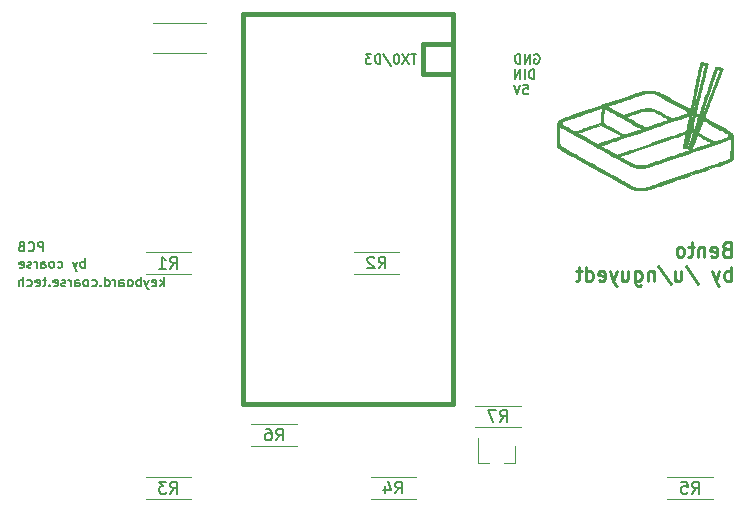
<source format=gbr>
G04 #@! TF.GenerationSoftware,KiCad,Pcbnew,(5.1.4)-1*
G04 #@! TF.CreationDate,2020-08-10T14:14:39+08:00*
G04 #@! TF.ProjectId,BentoPad,42656e74-6f50-4616-942e-6b696361645f,rev?*
G04 #@! TF.SameCoordinates,Original*
G04 #@! TF.FileFunction,Legend,Bot*
G04 #@! TF.FilePolarity,Positive*
%FSLAX46Y46*%
G04 Gerber Fmt 4.6, Leading zero omitted, Abs format (unit mm)*
G04 Created by KiCad (PCBNEW (5.1.4)-1) date 2020-08-10 14:14:39*
%MOMM*%
%LPD*%
G04 APERTURE LIST*
%ADD10C,0.150000*%
%ADD11C,0.200000*%
%ADD12C,0.250000*%
%ADD13C,0.120000*%
%ADD14C,0.010000*%
%ADD15C,0.381000*%
G04 APERTURE END LIST*
D10*
X35876547Y-48191904D02*
X35876547Y-47391904D01*
X35800357Y-47887142D02*
X35571785Y-48191904D01*
X35571785Y-47658571D02*
X35876547Y-47963333D01*
X34924166Y-48153809D02*
X35000357Y-48191904D01*
X35152738Y-48191904D01*
X35228928Y-48153809D01*
X35267023Y-48077619D01*
X35267023Y-47772857D01*
X35228928Y-47696666D01*
X35152738Y-47658571D01*
X35000357Y-47658571D01*
X34924166Y-47696666D01*
X34886071Y-47772857D01*
X34886071Y-47849047D01*
X35267023Y-47925238D01*
X34619404Y-47658571D02*
X34428928Y-48191904D01*
X34238452Y-47658571D02*
X34428928Y-48191904D01*
X34505119Y-48382380D01*
X34543214Y-48420476D01*
X34619404Y-48458571D01*
X33933690Y-48191904D02*
X33933690Y-47391904D01*
X33933690Y-47696666D02*
X33857500Y-47658571D01*
X33705119Y-47658571D01*
X33628928Y-47696666D01*
X33590833Y-47734761D01*
X33552738Y-47810952D01*
X33552738Y-48039523D01*
X33590833Y-48115714D01*
X33628928Y-48153809D01*
X33705119Y-48191904D01*
X33857500Y-48191904D01*
X33933690Y-48153809D01*
X33095595Y-48191904D02*
X33171785Y-48153809D01*
X33209880Y-48115714D01*
X33247976Y-48039523D01*
X33247976Y-47810952D01*
X33209880Y-47734761D01*
X33171785Y-47696666D01*
X33095595Y-47658571D01*
X32981309Y-47658571D01*
X32905119Y-47696666D01*
X32867023Y-47734761D01*
X32828928Y-47810952D01*
X32828928Y-48039523D01*
X32867023Y-48115714D01*
X32905119Y-48153809D01*
X32981309Y-48191904D01*
X33095595Y-48191904D01*
X32143214Y-48191904D02*
X32143214Y-47772857D01*
X32181309Y-47696666D01*
X32257500Y-47658571D01*
X32409880Y-47658571D01*
X32486071Y-47696666D01*
X32143214Y-48153809D02*
X32219404Y-48191904D01*
X32409880Y-48191904D01*
X32486071Y-48153809D01*
X32524166Y-48077619D01*
X32524166Y-48001428D01*
X32486071Y-47925238D01*
X32409880Y-47887142D01*
X32219404Y-47887142D01*
X32143214Y-47849047D01*
X31762261Y-48191904D02*
X31762261Y-47658571D01*
X31762261Y-47810952D02*
X31724166Y-47734761D01*
X31686071Y-47696666D01*
X31609880Y-47658571D01*
X31533690Y-47658571D01*
X30924166Y-48191904D02*
X30924166Y-47391904D01*
X30924166Y-48153809D02*
X31000357Y-48191904D01*
X31152738Y-48191904D01*
X31228928Y-48153809D01*
X31267023Y-48115714D01*
X31305119Y-48039523D01*
X31305119Y-47810952D01*
X31267023Y-47734761D01*
X31228928Y-47696666D01*
X31152738Y-47658571D01*
X31000357Y-47658571D01*
X30924166Y-47696666D01*
X30543214Y-48115714D02*
X30505119Y-48153809D01*
X30543214Y-48191904D01*
X30581309Y-48153809D01*
X30543214Y-48115714D01*
X30543214Y-48191904D01*
X29819404Y-48153809D02*
X29895595Y-48191904D01*
X30047976Y-48191904D01*
X30124166Y-48153809D01*
X30162261Y-48115714D01*
X30200357Y-48039523D01*
X30200357Y-47810952D01*
X30162261Y-47734761D01*
X30124166Y-47696666D01*
X30047976Y-47658571D01*
X29895595Y-47658571D01*
X29819404Y-47696666D01*
X29362261Y-48191904D02*
X29438452Y-48153809D01*
X29476547Y-48115714D01*
X29514642Y-48039523D01*
X29514642Y-47810952D01*
X29476547Y-47734761D01*
X29438452Y-47696666D01*
X29362261Y-47658571D01*
X29247976Y-47658571D01*
X29171785Y-47696666D01*
X29133690Y-47734761D01*
X29095595Y-47810952D01*
X29095595Y-48039523D01*
X29133690Y-48115714D01*
X29171785Y-48153809D01*
X29247976Y-48191904D01*
X29362261Y-48191904D01*
X28409880Y-48191904D02*
X28409880Y-47772857D01*
X28447976Y-47696666D01*
X28524166Y-47658571D01*
X28676547Y-47658571D01*
X28752738Y-47696666D01*
X28409880Y-48153809D02*
X28486071Y-48191904D01*
X28676547Y-48191904D01*
X28752738Y-48153809D01*
X28790833Y-48077619D01*
X28790833Y-48001428D01*
X28752738Y-47925238D01*
X28676547Y-47887142D01*
X28486071Y-47887142D01*
X28409880Y-47849047D01*
X28028928Y-48191904D02*
X28028928Y-47658571D01*
X28028928Y-47810952D02*
X27990833Y-47734761D01*
X27952738Y-47696666D01*
X27876547Y-47658571D01*
X27800357Y-47658571D01*
X27571785Y-48153809D02*
X27495595Y-48191904D01*
X27343214Y-48191904D01*
X27267023Y-48153809D01*
X27228928Y-48077619D01*
X27228928Y-48039523D01*
X27267023Y-47963333D01*
X27343214Y-47925238D01*
X27457500Y-47925238D01*
X27533690Y-47887142D01*
X27571785Y-47810952D01*
X27571785Y-47772857D01*
X27533690Y-47696666D01*
X27457500Y-47658571D01*
X27343214Y-47658571D01*
X27267023Y-47696666D01*
X26581309Y-48153809D02*
X26657500Y-48191904D01*
X26809880Y-48191904D01*
X26886071Y-48153809D01*
X26924166Y-48077619D01*
X26924166Y-47772857D01*
X26886071Y-47696666D01*
X26809880Y-47658571D01*
X26657500Y-47658571D01*
X26581309Y-47696666D01*
X26543214Y-47772857D01*
X26543214Y-47849047D01*
X26924166Y-47925238D01*
X26200357Y-48115714D02*
X26162261Y-48153809D01*
X26200357Y-48191904D01*
X26238452Y-48153809D01*
X26200357Y-48115714D01*
X26200357Y-48191904D01*
X25933690Y-47658571D02*
X25628928Y-47658571D01*
X25819404Y-47391904D02*
X25819404Y-48077619D01*
X25781309Y-48153809D01*
X25705119Y-48191904D01*
X25628928Y-48191904D01*
X25057500Y-48153809D02*
X25133690Y-48191904D01*
X25286071Y-48191904D01*
X25362261Y-48153809D01*
X25400357Y-48077619D01*
X25400357Y-47772857D01*
X25362261Y-47696666D01*
X25286071Y-47658571D01*
X25133690Y-47658571D01*
X25057500Y-47696666D01*
X25019404Y-47772857D01*
X25019404Y-47849047D01*
X25400357Y-47925238D01*
X24333690Y-48153809D02*
X24409880Y-48191904D01*
X24562261Y-48191904D01*
X24638452Y-48153809D01*
X24676547Y-48115714D01*
X24714642Y-48039523D01*
X24714642Y-47810952D01*
X24676547Y-47734761D01*
X24638452Y-47696666D01*
X24562261Y-47658571D01*
X24409880Y-47658571D01*
X24333690Y-47696666D01*
X23990833Y-48191904D02*
X23990833Y-47391904D01*
X23647976Y-48191904D02*
X23647976Y-47772857D01*
X23686071Y-47696666D01*
X23762261Y-47658571D01*
X23876547Y-47658571D01*
X23952738Y-47696666D01*
X23990833Y-47734761D01*
D11*
X25699523Y-45241904D02*
X25699523Y-44441904D01*
X25394761Y-44441904D01*
X25318571Y-44480000D01*
X25280476Y-44518095D01*
X25242380Y-44594285D01*
X25242380Y-44708571D01*
X25280476Y-44784761D01*
X25318571Y-44822857D01*
X25394761Y-44860952D01*
X25699523Y-44860952D01*
X24442380Y-45165714D02*
X24480476Y-45203809D01*
X24594761Y-45241904D01*
X24670952Y-45241904D01*
X24785238Y-45203809D01*
X24861428Y-45127619D01*
X24899523Y-45051428D01*
X24937619Y-44899047D01*
X24937619Y-44784761D01*
X24899523Y-44632380D01*
X24861428Y-44556190D01*
X24785238Y-44480000D01*
X24670952Y-44441904D01*
X24594761Y-44441904D01*
X24480476Y-44480000D01*
X24442380Y-44518095D01*
X23832857Y-44822857D02*
X23718571Y-44860952D01*
X23680476Y-44899047D01*
X23642380Y-44975238D01*
X23642380Y-45089523D01*
X23680476Y-45165714D01*
X23718571Y-45203809D01*
X23794761Y-45241904D01*
X24099523Y-45241904D01*
X24099523Y-44441904D01*
X23832857Y-44441904D01*
X23756666Y-44480000D01*
X23718571Y-44518095D01*
X23680476Y-44594285D01*
X23680476Y-44670476D01*
X23718571Y-44746666D01*
X23756666Y-44784761D01*
X23832857Y-44822857D01*
X24099523Y-44822857D01*
X29204285Y-46641904D02*
X29204285Y-45841904D01*
X29204285Y-46146666D02*
X29128095Y-46108571D01*
X28975714Y-46108571D01*
X28899523Y-46146666D01*
X28861428Y-46184761D01*
X28823333Y-46260952D01*
X28823333Y-46489523D01*
X28861428Y-46565714D01*
X28899523Y-46603809D01*
X28975714Y-46641904D01*
X29128095Y-46641904D01*
X29204285Y-46603809D01*
X28556666Y-46108571D02*
X28366190Y-46641904D01*
X28175714Y-46108571D02*
X28366190Y-46641904D01*
X28442380Y-46832380D01*
X28480476Y-46870476D01*
X28556666Y-46908571D01*
X26918571Y-46603809D02*
X26994761Y-46641904D01*
X27147142Y-46641904D01*
X27223333Y-46603809D01*
X27261428Y-46565714D01*
X27299523Y-46489523D01*
X27299523Y-46260952D01*
X27261428Y-46184761D01*
X27223333Y-46146666D01*
X27147142Y-46108571D01*
X26994761Y-46108571D01*
X26918571Y-46146666D01*
X26461428Y-46641904D02*
X26537619Y-46603809D01*
X26575714Y-46565714D01*
X26613809Y-46489523D01*
X26613809Y-46260952D01*
X26575714Y-46184761D01*
X26537619Y-46146666D01*
X26461428Y-46108571D01*
X26347142Y-46108571D01*
X26270952Y-46146666D01*
X26232857Y-46184761D01*
X26194761Y-46260952D01*
X26194761Y-46489523D01*
X26232857Y-46565714D01*
X26270952Y-46603809D01*
X26347142Y-46641904D01*
X26461428Y-46641904D01*
X25509047Y-46641904D02*
X25509047Y-46222857D01*
X25547142Y-46146666D01*
X25623333Y-46108571D01*
X25775714Y-46108571D01*
X25851904Y-46146666D01*
X25509047Y-46603809D02*
X25585238Y-46641904D01*
X25775714Y-46641904D01*
X25851904Y-46603809D01*
X25890000Y-46527619D01*
X25890000Y-46451428D01*
X25851904Y-46375238D01*
X25775714Y-46337142D01*
X25585238Y-46337142D01*
X25509047Y-46299047D01*
X25128095Y-46641904D02*
X25128095Y-46108571D01*
X25128095Y-46260952D02*
X25090000Y-46184761D01*
X25051904Y-46146666D01*
X24975714Y-46108571D01*
X24899523Y-46108571D01*
X24670952Y-46603809D02*
X24594761Y-46641904D01*
X24442380Y-46641904D01*
X24366190Y-46603809D01*
X24328095Y-46527619D01*
X24328095Y-46489523D01*
X24366190Y-46413333D01*
X24442380Y-46375238D01*
X24556666Y-46375238D01*
X24632857Y-46337142D01*
X24670952Y-46260952D01*
X24670952Y-46222857D01*
X24632857Y-46146666D01*
X24556666Y-46108571D01*
X24442380Y-46108571D01*
X24366190Y-46146666D01*
X23680476Y-46603809D02*
X23756666Y-46641904D01*
X23909047Y-46641904D01*
X23985238Y-46603809D01*
X24023333Y-46527619D01*
X24023333Y-46222857D01*
X23985238Y-46146666D01*
X23909047Y-46108571D01*
X23756666Y-46108571D01*
X23680476Y-46146666D01*
X23642380Y-46222857D01*
X23642380Y-46299047D01*
X24023333Y-46375238D01*
D12*
X83491785Y-45059285D02*
X83320357Y-45116428D01*
X83263214Y-45173571D01*
X83206071Y-45287857D01*
X83206071Y-45459285D01*
X83263214Y-45573571D01*
X83320357Y-45630714D01*
X83434642Y-45687857D01*
X83891785Y-45687857D01*
X83891785Y-44487857D01*
X83491785Y-44487857D01*
X83377500Y-44545000D01*
X83320357Y-44602142D01*
X83263214Y-44716428D01*
X83263214Y-44830714D01*
X83320357Y-44945000D01*
X83377500Y-45002142D01*
X83491785Y-45059285D01*
X83891785Y-45059285D01*
X82234642Y-45630714D02*
X82348928Y-45687857D01*
X82577500Y-45687857D01*
X82691785Y-45630714D01*
X82748928Y-45516428D01*
X82748928Y-45059285D01*
X82691785Y-44945000D01*
X82577500Y-44887857D01*
X82348928Y-44887857D01*
X82234642Y-44945000D01*
X82177500Y-45059285D01*
X82177500Y-45173571D01*
X82748928Y-45287857D01*
X81663214Y-44887857D02*
X81663214Y-45687857D01*
X81663214Y-45002142D02*
X81606071Y-44945000D01*
X81491785Y-44887857D01*
X81320357Y-44887857D01*
X81206071Y-44945000D01*
X81148928Y-45059285D01*
X81148928Y-45687857D01*
X80748928Y-44887857D02*
X80291785Y-44887857D01*
X80577500Y-44487857D02*
X80577500Y-45516428D01*
X80520357Y-45630714D01*
X80406071Y-45687857D01*
X80291785Y-45687857D01*
X79720357Y-45687857D02*
X79834642Y-45630714D01*
X79891785Y-45573571D01*
X79948928Y-45459285D01*
X79948928Y-45116428D01*
X79891785Y-45002142D01*
X79834642Y-44945000D01*
X79720357Y-44887857D01*
X79548928Y-44887857D01*
X79434642Y-44945000D01*
X79377500Y-45002142D01*
X79320357Y-45116428D01*
X79320357Y-45459285D01*
X79377500Y-45573571D01*
X79434642Y-45630714D01*
X79548928Y-45687857D01*
X79720357Y-45687857D01*
X83891785Y-47737857D02*
X83891785Y-46537857D01*
X83891785Y-46995000D02*
X83777500Y-46937857D01*
X83548928Y-46937857D01*
X83434642Y-46995000D01*
X83377500Y-47052142D01*
X83320357Y-47166428D01*
X83320357Y-47509285D01*
X83377500Y-47623571D01*
X83434642Y-47680714D01*
X83548928Y-47737857D01*
X83777500Y-47737857D01*
X83891785Y-47680714D01*
X82920357Y-46937857D02*
X82634642Y-47737857D01*
X82348928Y-46937857D02*
X82634642Y-47737857D01*
X82748928Y-48023571D01*
X82806071Y-48080714D01*
X82920357Y-48137857D01*
X80120357Y-46480714D02*
X81148928Y-48023571D01*
X79206071Y-46937857D02*
X79206071Y-47737857D01*
X79720357Y-46937857D02*
X79720357Y-47566428D01*
X79663214Y-47680714D01*
X79548928Y-47737857D01*
X79377500Y-47737857D01*
X79263214Y-47680714D01*
X79206071Y-47623571D01*
X77777500Y-46480714D02*
X78806071Y-48023571D01*
X77377500Y-46937857D02*
X77377500Y-47737857D01*
X77377500Y-47052142D02*
X77320357Y-46995000D01*
X77206071Y-46937857D01*
X77034642Y-46937857D01*
X76920357Y-46995000D01*
X76863214Y-47109285D01*
X76863214Y-47737857D01*
X75777500Y-46937857D02*
X75777500Y-47909285D01*
X75834642Y-48023571D01*
X75891785Y-48080714D01*
X76006071Y-48137857D01*
X76177500Y-48137857D01*
X76291785Y-48080714D01*
X75777500Y-47680714D02*
X75891785Y-47737857D01*
X76120357Y-47737857D01*
X76234642Y-47680714D01*
X76291785Y-47623571D01*
X76348928Y-47509285D01*
X76348928Y-47166428D01*
X76291785Y-47052142D01*
X76234642Y-46995000D01*
X76120357Y-46937857D01*
X75891785Y-46937857D01*
X75777500Y-46995000D01*
X74691785Y-46937857D02*
X74691785Y-47737857D01*
X75206071Y-46937857D02*
X75206071Y-47566428D01*
X75148928Y-47680714D01*
X75034642Y-47737857D01*
X74863214Y-47737857D01*
X74748928Y-47680714D01*
X74691785Y-47623571D01*
X74234642Y-46937857D02*
X73948928Y-47737857D01*
X73663214Y-46937857D02*
X73948928Y-47737857D01*
X74063214Y-48023571D01*
X74120357Y-48080714D01*
X74234642Y-48137857D01*
X72748928Y-47680714D02*
X72863214Y-47737857D01*
X73091785Y-47737857D01*
X73206071Y-47680714D01*
X73263214Y-47566428D01*
X73263214Y-47109285D01*
X73206071Y-46995000D01*
X73091785Y-46937857D01*
X72863214Y-46937857D01*
X72748928Y-46995000D01*
X72691785Y-47109285D01*
X72691785Y-47223571D01*
X73263214Y-47337857D01*
X71663214Y-47737857D02*
X71663214Y-46537857D01*
X71663214Y-47680714D02*
X71777500Y-47737857D01*
X72006071Y-47737857D01*
X72120357Y-47680714D01*
X72177500Y-47623571D01*
X72234642Y-47509285D01*
X72234642Y-47166428D01*
X72177500Y-47052142D01*
X72120357Y-46995000D01*
X72006071Y-46937857D01*
X71777500Y-46937857D01*
X71663214Y-46995000D01*
X71263214Y-46937857D02*
X70806071Y-46937857D01*
X71091785Y-46537857D02*
X71091785Y-47566428D01*
X71034642Y-47680714D01*
X70920357Y-47737857D01*
X70806071Y-47737857D01*
D13*
X62270000Y-58310000D02*
X66110000Y-58310000D01*
X62270000Y-60150000D02*
X66110000Y-60150000D01*
X43320000Y-59880000D02*
X47160000Y-59880000D01*
X43320000Y-61720000D02*
X47160000Y-61720000D01*
X65650000Y-63170000D02*
X65650000Y-61710000D01*
X62490000Y-63170000D02*
X62490000Y-61010000D01*
X62490000Y-63170000D02*
X63420000Y-63170000D01*
X65650000Y-63170000D02*
X64720000Y-63170000D01*
X52000000Y-47160000D02*
X55840000Y-47160000D01*
X52000000Y-45320000D02*
X55840000Y-45320000D01*
X53410000Y-66210000D02*
X57250000Y-66210000D01*
X53410000Y-64370000D02*
X57250000Y-64370000D01*
X78540000Y-66220000D02*
X82380000Y-66220000D01*
X78540000Y-64380000D02*
X82380000Y-64380000D01*
X34360000Y-47170000D02*
X38200000Y-47170000D01*
X34360000Y-45330000D02*
X38200000Y-45330000D01*
X34360000Y-66220000D02*
X38200000Y-66220000D01*
X34360000Y-64380000D02*
X38200000Y-64380000D01*
D14*
G36*
X81351269Y-29240488D02*
G01*
X81314857Y-29285466D01*
X81286700Y-29354403D01*
X81275647Y-29402200D01*
X81267784Y-29443745D01*
X81254047Y-29513538D01*
X81235427Y-29606664D01*
X81212914Y-29718206D01*
X81187497Y-29843250D01*
X81160168Y-29976879D01*
X81146036Y-30045666D01*
X81089961Y-30318407D01*
X81036117Y-30580729D01*
X80985233Y-30829068D01*
X80938037Y-31059861D01*
X80895258Y-31269541D01*
X80857624Y-31454546D01*
X80825864Y-31611311D01*
X80815474Y-31662800D01*
X80797269Y-31752730D01*
X80773991Y-31867096D01*
X80747424Y-31997168D01*
X80719352Y-32134216D01*
X80691559Y-32269510D01*
X80680504Y-32323200D01*
X80653047Y-32456815D01*
X80624309Y-32597322D01*
X80596147Y-32735586D01*
X80570423Y-32862472D01*
X80548993Y-32968845D01*
X80542287Y-33002371D01*
X80489561Y-33266676D01*
X80419747Y-33228001D01*
X80070062Y-33034333D01*
X79749109Y-32856682D01*
X79456036Y-32694578D01*
X79189989Y-32547554D01*
X78950117Y-32415141D01*
X78735567Y-32296872D01*
X78545486Y-32192278D01*
X78379023Y-32100892D01*
X78235324Y-32022245D01*
X78113536Y-31955870D01*
X78012809Y-31901298D01*
X77932288Y-31858062D01*
X77871122Y-31825692D01*
X77828458Y-31803722D01*
X77804352Y-31792085D01*
X77627260Y-31727081D01*
X77428349Y-31678034D01*
X77216031Y-31645635D01*
X76998716Y-31630575D01*
X76784818Y-31633544D01*
X76582747Y-31655234D01*
X76455267Y-31681310D01*
X76425231Y-31690279D01*
X76365083Y-31709524D01*
X76276660Y-31738422D01*
X76161800Y-31776350D01*
X76022339Y-31822686D01*
X75860115Y-31876807D01*
X75676964Y-31938092D01*
X75474724Y-32005916D01*
X75255232Y-32079659D01*
X75020325Y-32158696D01*
X74771840Y-32242406D01*
X74511614Y-32330167D01*
X74241484Y-32421354D01*
X73963288Y-32515347D01*
X73678862Y-32611523D01*
X73390043Y-32709258D01*
X73098670Y-32807930D01*
X72806578Y-32906918D01*
X72515605Y-33005597D01*
X72227588Y-33103347D01*
X71944364Y-33199543D01*
X71667770Y-33293564D01*
X71399644Y-33384788D01*
X71141821Y-33472590D01*
X70896141Y-33556350D01*
X70664439Y-33635444D01*
X70448553Y-33709250D01*
X70250319Y-33777146D01*
X70071576Y-33838508D01*
X69914159Y-33892715D01*
X69779907Y-33939143D01*
X69670656Y-33977170D01*
X69588243Y-34006174D01*
X69534506Y-34025532D01*
X69512600Y-34034002D01*
X69399733Y-34097880D01*
X69306504Y-34178506D01*
X69243168Y-34264102D01*
X69199333Y-34342532D01*
X69199333Y-35336939D01*
X69199650Y-35584879D01*
X69200601Y-35799129D01*
X69202191Y-35979858D01*
X69204421Y-36127237D01*
X69207295Y-36241436D01*
X69210816Y-36322624D01*
X69214987Y-36370973D01*
X69217575Y-36383673D01*
X69240076Y-36418534D01*
X69284556Y-36465971D01*
X69344416Y-36520392D01*
X69413053Y-36576203D01*
X69483867Y-36627811D01*
X69550258Y-36669625D01*
X69563903Y-36677107D01*
X69594265Y-36693547D01*
X69652072Y-36725201D01*
X69735532Y-36771077D01*
X69842853Y-36830181D01*
X69972244Y-36901524D01*
X70121911Y-36984112D01*
X70290064Y-37076954D01*
X70474909Y-37179058D01*
X70674655Y-37289432D01*
X70887510Y-37407084D01*
X71111682Y-37531023D01*
X71345378Y-37660257D01*
X71586806Y-37793793D01*
X71834176Y-37930640D01*
X72085693Y-38069805D01*
X72339568Y-38210298D01*
X72594006Y-38351126D01*
X72847217Y-38491298D01*
X73097408Y-38629821D01*
X73342787Y-38765703D01*
X73581562Y-38897954D01*
X73811942Y-39025580D01*
X74032133Y-39147590D01*
X74240344Y-39262992D01*
X74434784Y-39370795D01*
X74613659Y-39470006D01*
X74775177Y-39559633D01*
X74917548Y-39638686D01*
X75038978Y-39706171D01*
X75137676Y-39761097D01*
X75211849Y-39802472D01*
X75259705Y-39829304D01*
X75278400Y-39839963D01*
X75330481Y-39868023D01*
X75397207Y-39900129D01*
X75468528Y-39931884D01*
X75534395Y-39958887D01*
X75584758Y-39976739D01*
X75599730Y-39980624D01*
X75634248Y-39996173D01*
X75646105Y-40005299D01*
X75676803Y-40021022D01*
X75731529Y-40038191D01*
X75800632Y-40054707D01*
X75874458Y-40068469D01*
X75943355Y-40077377D01*
X75987629Y-40079604D01*
X76034356Y-40079716D01*
X76105664Y-40080379D01*
X76192275Y-40081488D01*
X76284910Y-40082936D01*
X76295546Y-40083120D01*
X76383878Y-40083777D01*
X76462986Y-40082733D01*
X76525162Y-40080204D01*
X76562695Y-40076407D01*
X76566479Y-40075539D01*
X76601874Y-40066985D01*
X76659795Y-40054429D01*
X76729493Y-40040177D01*
X76751600Y-40035816D01*
X76819527Y-40021076D01*
X76875695Y-40006196D01*
X76910936Y-39993702D01*
X76916700Y-39990303D01*
X76934643Y-39982711D01*
X76937867Y-39994000D01*
X76944927Y-40005992D01*
X76959033Y-39997554D01*
X76976904Y-39990486D01*
X77025354Y-39973070D01*
X77102885Y-39945819D01*
X77208000Y-39909246D01*
X77339199Y-39863863D01*
X77494985Y-39810185D01*
X77673859Y-39748723D01*
X77874323Y-39679991D01*
X78094878Y-39604501D01*
X78334027Y-39522767D01*
X78590270Y-39435301D01*
X78862111Y-39342616D01*
X79148049Y-39245225D01*
X79446588Y-39143642D01*
X79756229Y-39038378D01*
X80075473Y-38929948D01*
X80330416Y-38843425D01*
X80657288Y-38732455D01*
X80976364Y-38623983D01*
X81286102Y-38518541D01*
X81584959Y-38416659D01*
X81871391Y-38318868D01*
X82143855Y-38225699D01*
X82400808Y-38137682D01*
X82640707Y-38055348D01*
X82862008Y-37979227D01*
X83063169Y-37909850D01*
X83242647Y-37847748D01*
X83398897Y-37793451D01*
X83530378Y-37747490D01*
X83635546Y-37710396D01*
X83712858Y-37682698D01*
X83760770Y-37664929D01*
X83776373Y-37658492D01*
X83839946Y-37619891D01*
X83908017Y-37568119D01*
X83972851Y-37510257D01*
X84026712Y-37453389D01*
X84061864Y-37404595D01*
X84068039Y-37391473D01*
X84071117Y-37366650D01*
X84073964Y-37310794D01*
X84076534Y-37226737D01*
X84078783Y-37117312D01*
X84080666Y-36985353D01*
X84082139Y-36833691D01*
X84083156Y-36665160D01*
X84083675Y-36482592D01*
X84083733Y-36395147D01*
X84083733Y-35684382D01*
X83889000Y-35684382D01*
X83880533Y-36471824D01*
X83878434Y-36664707D01*
X83876369Y-36826763D01*
X83873934Y-36961030D01*
X83870727Y-37070544D01*
X83866344Y-37158343D01*
X83860382Y-37227463D01*
X83852437Y-37280942D01*
X83842107Y-37321817D01*
X83828988Y-37353125D01*
X83812676Y-37377903D01*
X83792769Y-37399188D01*
X83768864Y-37420018D01*
X83752884Y-37433189D01*
X83706852Y-37463227D01*
X83637348Y-37495886D01*
X83540907Y-37532644D01*
X83441747Y-37566090D01*
X83360487Y-37592678D01*
X83253687Y-37628000D01*
X83127862Y-37669870D01*
X82989529Y-37716101D01*
X82845204Y-37764504D01*
X82701404Y-37812891D01*
X82564644Y-37859077D01*
X82441440Y-37900872D01*
X82338310Y-37936090D01*
X82288800Y-37953145D01*
X82234992Y-37971641D01*
X82153542Y-37999454D01*
X82046466Y-38035904D01*
X81915777Y-38080310D01*
X81763492Y-38131990D01*
X81591626Y-38190265D01*
X81402193Y-38254453D01*
X81197209Y-38323873D01*
X80978689Y-38397845D01*
X80748649Y-38475689D01*
X80509102Y-38556722D01*
X80262066Y-38640264D01*
X80009554Y-38725635D01*
X79753583Y-38812153D01*
X79496166Y-38899138D01*
X79239320Y-38985909D01*
X78985059Y-39071785D01*
X78735399Y-39156085D01*
X78492354Y-39238129D01*
X78257941Y-39317236D01*
X78034174Y-39392724D01*
X77823068Y-39463913D01*
X77626639Y-39530123D01*
X77446901Y-39590671D01*
X77285871Y-39644879D01*
X77145562Y-39692064D01*
X77027991Y-39731546D01*
X76935172Y-39762644D01*
X76869120Y-39784677D01*
X76831852Y-39796965D01*
X76824045Y-39799399D01*
X76796422Y-39805906D01*
X76789700Y-39808554D01*
X76772008Y-39815283D01*
X76768533Y-39816200D01*
X76740453Y-39824013D01*
X76738900Y-39824503D01*
X76711089Y-39831462D01*
X76709267Y-39831821D01*
X76679368Y-39841076D01*
X76666933Y-39846072D01*
X76619187Y-39863592D01*
X76565867Y-39875772D01*
X76500728Y-39883181D01*
X76417524Y-39886385D01*
X76310008Y-39885951D01*
X76243600Y-39884506D01*
X76121231Y-39880254D01*
X76025901Y-39874145D01*
X75950800Y-39865471D01*
X75889120Y-39853524D01*
X75854133Y-39844012D01*
X75754728Y-39812510D01*
X75677797Y-39784215D01*
X75612783Y-39754839D01*
X75549333Y-39720213D01*
X75519015Y-39702946D01*
X75463133Y-39671557D01*
X75385762Y-39628306D01*
X75290979Y-39575459D01*
X75182858Y-39515275D01*
X75065474Y-39450019D01*
X74942904Y-39381952D01*
X74819222Y-39313337D01*
X74698504Y-39246437D01*
X74584825Y-39183513D01*
X74482260Y-39126829D01*
X74394885Y-39078647D01*
X74326776Y-39041228D01*
X74296266Y-39024567D01*
X74236209Y-38991717D01*
X74152075Y-38945441D01*
X74047988Y-38888024D01*
X73928068Y-38821753D01*
X73796439Y-38748915D01*
X73657222Y-38671797D01*
X73514540Y-38592684D01*
X73372515Y-38513865D01*
X73235268Y-38437625D01*
X73106923Y-38366251D01*
X72991602Y-38302030D01*
X72893425Y-38247248D01*
X72816517Y-38204193D01*
X72764998Y-38175151D01*
X72763800Y-38174470D01*
X72672889Y-38123227D01*
X72565958Y-38063630D01*
X72456822Y-38003345D01*
X72365866Y-37953608D01*
X72201351Y-37863972D01*
X72025428Y-37767621D01*
X71840530Y-37665918D01*
X71649087Y-37560229D01*
X71453534Y-37451918D01*
X71256302Y-37342350D01*
X71059824Y-37232889D01*
X70866531Y-37124901D01*
X70678857Y-37019749D01*
X70499234Y-36918798D01*
X70330093Y-36823413D01*
X70173868Y-36734958D01*
X70032990Y-36654799D01*
X69909892Y-36584300D01*
X69807007Y-36524825D01*
X69726766Y-36477739D01*
X69671601Y-36444407D01*
X69645598Y-36427437D01*
X69583741Y-36379006D01*
X69527090Y-36329254D01*
X69485704Y-36287158D01*
X69478515Y-36278351D01*
X69457264Y-36249770D01*
X69439589Y-36222529D01*
X69425158Y-36193330D01*
X69413638Y-36158874D01*
X69404694Y-36115864D01*
X69397995Y-36061000D01*
X69393207Y-35990984D01*
X69389996Y-35902519D01*
X69388031Y-35792305D01*
X69386978Y-35657043D01*
X69386504Y-35493436D01*
X69386343Y-35365543D01*
X69385600Y-34640220D01*
X69449100Y-34688541D01*
X69506161Y-34728250D01*
X69567571Y-34765787D01*
X69580333Y-34772778D01*
X69608540Y-34788080D01*
X69664386Y-34818699D01*
X69745887Y-34863537D01*
X69851061Y-34921497D01*
X69977923Y-34991480D01*
X70124489Y-35072390D01*
X70288776Y-35163129D01*
X70468799Y-35262599D01*
X70662577Y-35369702D01*
X70868123Y-35483342D01*
X71083456Y-35602421D01*
X71306590Y-35725840D01*
X71535543Y-35852503D01*
X71768331Y-35981313D01*
X72002969Y-36111170D01*
X72237474Y-36240978D01*
X72469863Y-36369640D01*
X72698152Y-36496058D01*
X72920357Y-36619134D01*
X73134494Y-36737770D01*
X73338579Y-36850870D01*
X73530629Y-36957335D01*
X73708661Y-37056069D01*
X73870689Y-37145972D01*
X74014732Y-37225949D01*
X74126933Y-37288301D01*
X74160043Y-37306637D01*
X74218663Y-37339023D01*
X74298642Y-37383168D01*
X74395825Y-37436781D01*
X74506060Y-37497570D01*
X74625194Y-37563244D01*
X74702666Y-37605941D01*
X74825299Y-37673615D01*
X74941635Y-37737996D01*
X75047517Y-37796770D01*
X75138789Y-37847622D01*
X75211296Y-37888240D01*
X75260880Y-37916309D01*
X75278400Y-37926462D01*
X75328998Y-37953872D01*
X75393928Y-37985477D01*
X75463746Y-38017102D01*
X75529005Y-38044570D01*
X75580258Y-38063704D01*
X75602904Y-38069931D01*
X75634930Y-38080716D01*
X75662472Y-38094022D01*
X75711023Y-38113449D01*
X75780956Y-38132855D01*
X75859888Y-38149607D01*
X75935436Y-38161075D01*
X75994865Y-38164638D01*
X76038815Y-38164045D01*
X76107575Y-38163711D01*
X76192089Y-38163657D01*
X76283303Y-38163903D01*
X76292716Y-38163947D01*
X76464842Y-38159975D01*
X76623212Y-38146861D01*
X76761945Y-38125358D01*
X76875163Y-38096217D01*
X76904000Y-38085812D01*
X76943401Y-38074222D01*
X76954800Y-38072082D01*
X76977426Y-38065657D01*
X77030255Y-38048839D01*
X77111462Y-38022251D01*
X77219227Y-37986515D01*
X77351724Y-37942254D01*
X77507132Y-37890090D01*
X77683628Y-37830647D01*
X77879389Y-37764546D01*
X78092592Y-37692412D01*
X78321414Y-37614865D01*
X78564032Y-37532530D01*
X78818623Y-37446028D01*
X79083365Y-37355983D01*
X79356434Y-37263017D01*
X79636008Y-37167752D01*
X79920264Y-37070812D01*
X80207378Y-36972819D01*
X80495528Y-36874395D01*
X80782892Y-36776164D01*
X81067646Y-36678748D01*
X81347967Y-36582770D01*
X81622032Y-36488852D01*
X81888019Y-36397617D01*
X82144104Y-36309688D01*
X82388465Y-36225688D01*
X82619280Y-36146238D01*
X82834724Y-36071962D01*
X82912172Y-36045210D01*
X82246967Y-36045210D01*
X82230137Y-36051836D01*
X82184920Y-36068062D01*
X82115004Y-36092625D01*
X82024080Y-36124265D01*
X81915836Y-36161720D01*
X81793964Y-36203728D01*
X81662152Y-36249028D01*
X81524091Y-36296358D01*
X81383469Y-36344456D01*
X81243978Y-36392061D01*
X81109306Y-36437912D01*
X80983143Y-36480746D01*
X80869179Y-36519303D01*
X80771104Y-36552320D01*
X80692608Y-36578536D01*
X80637379Y-36596689D01*
X80609109Y-36605518D01*
X80606355Y-36606168D01*
X80597738Y-36595137D01*
X80599695Y-36586166D01*
X80651553Y-36446549D01*
X80692883Y-36335722D01*
X80724818Y-36250676D01*
X80748492Y-36188406D01*
X80765037Y-36145904D01*
X80773643Y-36124733D01*
X80780433Y-36107799D01*
X80595467Y-36107799D01*
X80587000Y-36116266D01*
X80578533Y-36107799D01*
X80587000Y-36099333D01*
X80595467Y-36107799D01*
X80780433Y-36107799D01*
X80786403Y-36092912D01*
X80808821Y-36035510D01*
X80838544Y-35958609D01*
X80849529Y-35929999D01*
X80663200Y-35929999D01*
X80657004Y-35943938D01*
X80651911Y-35941288D01*
X80649884Y-35921192D01*
X80651911Y-35918711D01*
X80661978Y-35921035D01*
X80663200Y-35929999D01*
X80849529Y-35929999D01*
X80873222Y-35868295D01*
X80907855Y-35777599D01*
X80954267Y-35655985D01*
X80990257Y-35562501D01*
X81017338Y-35493582D01*
X81037020Y-35445664D01*
X81050815Y-35415181D01*
X81060234Y-35398569D01*
X81066790Y-35392264D01*
X81071220Y-35392337D01*
X81095623Y-35404453D01*
X81144312Y-35430257D01*
X81213460Y-35467626D01*
X81299243Y-35514435D01*
X81397836Y-35568561D01*
X81505416Y-35627879D01*
X81618156Y-35690267D01*
X81732231Y-35753600D01*
X81843819Y-35815755D01*
X81949092Y-35874607D01*
X82044228Y-35928032D01*
X82125400Y-35973908D01*
X82188784Y-36010109D01*
X82230556Y-36034513D01*
X82246890Y-36044995D01*
X82246967Y-36045210D01*
X82912172Y-36045210D01*
X83032975Y-36003483D01*
X83212210Y-35941423D01*
X83370607Y-35886405D01*
X83506342Y-35839051D01*
X83617592Y-35799985D01*
X83702535Y-35769828D01*
X83759348Y-35749204D01*
X83786208Y-35738735D01*
X83787400Y-35738155D01*
X83889000Y-35684382D01*
X84083733Y-35684382D01*
X84083733Y-35440099D01*
X84060061Y-35397031D01*
X83661627Y-35397031D01*
X83659821Y-35462869D01*
X83656730Y-35472449D01*
X83629877Y-35516540D01*
X83586964Y-35560015D01*
X83539109Y-35593484D01*
X83497431Y-35607558D01*
X83496711Y-35607578D01*
X83465054Y-35614688D01*
X83454378Y-35624545D01*
X83438078Y-35632883D01*
X83394577Y-35650482D01*
X83328709Y-35675618D01*
X83245311Y-35706572D01*
X83149217Y-35741622D01*
X83045263Y-35779046D01*
X82938284Y-35817123D01*
X82833116Y-35854133D01*
X82734593Y-35888353D01*
X82647552Y-35918063D01*
X82576828Y-35941541D01*
X82527255Y-35957066D01*
X82503872Y-35962904D01*
X82486457Y-35955267D01*
X82442694Y-35933093D01*
X82375915Y-35898153D01*
X82289452Y-35852219D01*
X82186638Y-35797062D01*
X82070805Y-35734455D01*
X81945286Y-35666170D01*
X81928139Y-35656808D01*
X81741023Y-35554238D01*
X81576855Y-35463472D01*
X81436787Y-35385163D01*
X81321970Y-35319966D01*
X81233557Y-35268537D01*
X81172700Y-35231529D01*
X81140549Y-35209598D01*
X81139122Y-35208402D01*
X81140784Y-35190372D01*
X81152689Y-35149586D01*
X81171927Y-35094496D01*
X81195587Y-35033553D01*
X81215131Y-34987640D01*
X81231393Y-34946070D01*
X81238878Y-34916853D01*
X81238933Y-34915444D01*
X81246752Y-34885847D01*
X81255722Y-34867203D01*
X81267490Y-34841442D01*
X81288817Y-34789894D01*
X81317394Y-34718491D01*
X81350909Y-34633167D01*
X81387053Y-34539852D01*
X81423516Y-34444480D01*
X81457987Y-34352982D01*
X81488157Y-34271290D01*
X81493232Y-34257313D01*
X81514915Y-34201859D01*
X81534225Y-34160186D01*
X81546554Y-34141790D01*
X81563923Y-34147933D01*
X81607816Y-34169142D01*
X81675290Y-34203786D01*
X81763403Y-34250236D01*
X81869212Y-34306861D01*
X81989776Y-34372032D01*
X82122152Y-34444119D01*
X82263398Y-34521492D01*
X82410572Y-34602520D01*
X82560731Y-34685574D01*
X82710934Y-34769025D01*
X82858238Y-34851241D01*
X82999701Y-34930593D01*
X83132380Y-35005452D01*
X83253334Y-35074187D01*
X83359621Y-35135168D01*
X83448297Y-35186765D01*
X83516421Y-35227349D01*
X83561051Y-35255289D01*
X83576830Y-35266529D01*
X83633208Y-35329639D01*
X83661627Y-35397031D01*
X84060061Y-35397031D01*
X84023112Y-35329811D01*
X83976224Y-35255129D01*
X83923597Y-35197656D01*
X83858012Y-35146757D01*
X83825830Y-35126459D01*
X83766651Y-35091356D01*
X83683149Y-35042963D01*
X83578003Y-34982795D01*
X83453887Y-34912368D01*
X83313480Y-34833196D01*
X83159457Y-34746794D01*
X82994494Y-34654679D01*
X82821270Y-34558365D01*
X82698283Y-34490229D01*
X82496148Y-34378381D01*
X82321647Y-34281700D01*
X82172770Y-34198976D01*
X82047506Y-34128996D01*
X81943848Y-34070550D01*
X81859784Y-34022427D01*
X81793305Y-33983416D01*
X81742402Y-33952307D01*
X81705065Y-33927887D01*
X81679284Y-33908947D01*
X81663050Y-33894274D01*
X81654353Y-33882659D01*
X81651183Y-33872890D01*
X81651531Y-33863757D01*
X81652227Y-33859900D01*
X81664974Y-33815843D01*
X81686213Y-33759870D01*
X81695710Y-33738062D01*
X81715837Y-33690567D01*
X81728171Y-33655076D01*
X81730000Y-33645503D01*
X81736286Y-33620060D01*
X81751949Y-33577912D01*
X81757747Y-33564141D01*
X81773073Y-33528627D01*
X81786047Y-33498035D01*
X81800775Y-33462491D01*
X81821359Y-33412125D01*
X81840703Y-33364599D01*
X81857648Y-33321679D01*
X81882868Y-33256242D01*
X81912831Y-33177512D01*
X81941225Y-33102133D01*
X81978873Y-33002246D01*
X82022531Y-32887314D01*
X82065916Y-32773843D01*
X82092727Y-32704199D01*
X82128743Y-32610887D01*
X82166214Y-32513589D01*
X82200335Y-32424801D01*
X82223043Y-32365533D01*
X82249855Y-32296082D01*
X82274781Y-32232711D01*
X82293342Y-32186780D01*
X82296499Y-32179266D01*
X82311552Y-32142098D01*
X82334781Y-32082568D01*
X82362552Y-32010052D01*
X82381792Y-31959133D01*
X82409586Y-31885597D01*
X82434248Y-31821151D01*
X82452566Y-31774148D01*
X82459962Y-31755933D01*
X82469915Y-31731008D01*
X82490021Y-31679267D01*
X82518417Y-31605559D01*
X82553238Y-31514730D01*
X82592621Y-31411628D01*
X82619502Y-31341066D01*
X82661351Y-31231396D01*
X82700353Y-31129751D01*
X82734526Y-31041256D01*
X82761885Y-30971035D01*
X82780447Y-30924212D01*
X82786630Y-30909266D01*
X82804689Y-30865635D01*
X82828515Y-30805285D01*
X82847047Y-30756866D01*
X82871542Y-30693281D01*
X82895177Y-30634252D01*
X82908794Y-30601907D01*
X82924829Y-30560561D01*
X82932212Y-30531874D01*
X82932267Y-30530515D01*
X82938566Y-30504559D01*
X82954258Y-30462091D01*
X82960014Y-30448407D01*
X82981392Y-30398498D01*
X82998929Y-30356664D01*
X83001459Y-30350466D01*
X83012799Y-30323159D01*
X83034586Y-30271293D01*
X83064035Y-30201480D01*
X83098358Y-30120336D01*
X83111296Y-30089801D01*
X83145815Y-30005474D01*
X83174840Y-29929065D01*
X83191925Y-29879124D01*
X83002559Y-29879124D01*
X83001112Y-29896672D01*
X82999701Y-29899407D01*
X82970740Y-29957913D01*
X82933328Y-30041800D01*
X82890217Y-30144489D01*
X82844163Y-30259403D01*
X82797919Y-30379963D01*
X82793120Y-30392800D01*
X82759867Y-30481264D01*
X82728204Y-30564197D01*
X82701238Y-30633549D01*
X82682078Y-30681268D01*
X82678760Y-30689133D01*
X82659426Y-30735584D01*
X82635898Y-30795175D01*
X82606024Y-30873493D01*
X82567651Y-30976130D01*
X82551629Y-31019333D01*
X82524442Y-31091773D01*
X82496440Y-31164788D01*
X82471952Y-31227195D01*
X82456573Y-31264866D01*
X82443139Y-31297584D01*
X82422868Y-31348935D01*
X82394647Y-31421804D01*
X82357361Y-31519077D01*
X82309898Y-31643641D01*
X82280100Y-31722066D01*
X82205553Y-31918244D01*
X82142307Y-32084302D01*
X82089753Y-32221822D01*
X82047280Y-32332387D01*
X82014279Y-32417579D01*
X81990141Y-32478981D01*
X81974255Y-32518175D01*
X81966953Y-32534866D01*
X81953942Y-32565159D01*
X81931816Y-32620046D01*
X81903326Y-32692403D01*
X81871224Y-32775104D01*
X81838262Y-32861025D01*
X81807191Y-32943041D01*
X81780763Y-33014027D01*
X81764208Y-33059799D01*
X81747367Y-33105841D01*
X81721347Y-33174979D01*
X81688528Y-33261078D01*
X81651287Y-33358001D01*
X81612003Y-33459613D01*
X81573053Y-33559780D01*
X81536817Y-33652365D01*
X81505673Y-33731232D01*
X81481999Y-33790247D01*
X81468831Y-33821800D01*
X81453499Y-33859019D01*
X81430179Y-33918638D01*
X81402516Y-33991249D01*
X81383569Y-34041933D01*
X81346654Y-34141312D01*
X81317905Y-34218118D01*
X81293799Y-34281562D01*
X81270814Y-34340857D01*
X81245426Y-34405214D01*
X81224900Y-34456800D01*
X81201458Y-34516547D01*
X81169476Y-34599386D01*
X81132262Y-34696680D01*
X81093124Y-34799795D01*
X81069216Y-34863200D01*
X81032750Y-34959607D01*
X80998214Y-35049857D01*
X80968253Y-35127117D01*
X80945512Y-35184553D01*
X80934862Y-35210333D01*
X80919744Y-35247509D01*
X80895338Y-35310133D01*
X80864064Y-35391874D01*
X80828344Y-35486401D01*
X80790602Y-35587386D01*
X80790523Y-35587598D01*
X80754854Y-35682357D01*
X80722992Y-35764698D01*
X80696823Y-35829935D01*
X80678233Y-35873379D01*
X80669110Y-35890344D01*
X80668700Y-35890344D01*
X80671198Y-35872676D01*
X80682845Y-35829150D01*
X80701845Y-35765956D01*
X80726402Y-35689284D01*
X80731467Y-35673945D01*
X80758923Y-35592174D01*
X80783834Y-35519755D01*
X80803639Y-35464013D01*
X80815777Y-35432275D01*
X80816579Y-35430466D01*
X80826766Y-35403821D01*
X80845382Y-35350896D01*
X80870398Y-35277623D01*
X80894446Y-35205866D01*
X80697067Y-35205866D01*
X80691755Y-35226525D01*
X80676659Y-35275450D01*
X80653032Y-35348889D01*
X80622130Y-35443091D01*
X80585208Y-35554306D01*
X80543521Y-35678781D01*
X80498325Y-35812766D01*
X80450874Y-35952511D01*
X80402424Y-36094263D01*
X80354230Y-36234271D01*
X80317311Y-36340755D01*
X80288571Y-36432991D01*
X80276734Y-36500956D01*
X80282524Y-36550130D01*
X80306662Y-36585993D01*
X80349870Y-36614025D01*
X80353553Y-36615799D01*
X80395827Y-36637557D01*
X80421742Y-36654150D01*
X80425520Y-36658662D01*
X80409952Y-36664922D01*
X80364744Y-36681208D01*
X80292333Y-36706689D01*
X80195157Y-36740534D01*
X80075654Y-36781911D01*
X79936263Y-36829991D01*
X79779421Y-36883941D01*
X79607567Y-36942931D01*
X79423139Y-37006131D01*
X79228575Y-37072709D01*
X79026314Y-37141833D01*
X78818793Y-37212675D01*
X78608451Y-37284401D01*
X78397725Y-37356182D01*
X78189055Y-37427186D01*
X77984877Y-37496582D01*
X77787631Y-37563540D01*
X77599754Y-37627229D01*
X77423685Y-37686817D01*
X77261862Y-37741474D01*
X77116723Y-37790369D01*
X76990706Y-37832670D01*
X76886249Y-37867547D01*
X76805790Y-37894169D01*
X76751768Y-37911705D01*
X76726621Y-37919324D01*
X76726200Y-37919422D01*
X76690545Y-37928649D01*
X76637779Y-37943648D01*
X76607667Y-37952606D01*
X76544666Y-37964574D01*
X76456311Y-37971826D01*
X76350748Y-37974596D01*
X76236125Y-37973121D01*
X76120589Y-37967637D01*
X76012288Y-37958380D01*
X75919369Y-37945586D01*
X75854133Y-37930790D01*
X75755933Y-37899461D01*
X75679273Y-37871064D01*
X75612704Y-37840877D01*
X75544778Y-37804175D01*
X75538560Y-37800596D01*
X75502559Y-37780203D01*
X75441182Y-37745904D01*
X75358737Y-37700085D01*
X75259535Y-37645137D01*
X75147888Y-37583448D01*
X75028105Y-37517408D01*
X74959050Y-37479399D01*
X74841415Y-37414452D01*
X74733822Y-37354588D01*
X74639730Y-37301768D01*
X74562598Y-37257953D01*
X74505886Y-37225104D01*
X74473052Y-37205181D01*
X74466128Y-37199999D01*
X74481783Y-37193495D01*
X74527533Y-37176805D01*
X74601397Y-37150607D01*
X74701391Y-37115575D01*
X74825535Y-37072386D01*
X74971845Y-37021714D01*
X75138339Y-36964237D01*
X75323035Y-36900630D01*
X75523950Y-36831568D01*
X75739103Y-36757728D01*
X75966511Y-36679784D01*
X76204191Y-36598413D01*
X76450161Y-36514291D01*
X76702439Y-36428093D01*
X76959043Y-36340495D01*
X77217990Y-36252173D01*
X77477298Y-36163802D01*
X77734985Y-36076058D01*
X77989068Y-35989618D01*
X78237565Y-35905156D01*
X78478493Y-35823349D01*
X78709871Y-35744872D01*
X78929716Y-35670401D01*
X79136046Y-35600612D01*
X79326878Y-35536181D01*
X79500231Y-35477783D01*
X79654121Y-35426094D01*
X79786567Y-35381789D01*
X79895585Y-35345545D01*
X79979195Y-35318038D01*
X80035413Y-35299942D01*
X80062258Y-35291935D01*
X80064337Y-35291625D01*
X80065866Y-35298000D01*
X80064949Y-35313785D01*
X80061061Y-35341706D01*
X80053677Y-35384486D01*
X80042273Y-35444850D01*
X80026322Y-35525524D01*
X80005301Y-35629230D01*
X79978685Y-35758695D01*
X79945949Y-35916643D01*
X79918847Y-36046877D01*
X79897688Y-36150436D01*
X79879187Y-36244808D01*
X79864424Y-36324162D01*
X79854481Y-36382668D01*
X79850438Y-36414496D01*
X79850400Y-36416041D01*
X79866644Y-36452599D01*
X79913137Y-36483276D01*
X79986525Y-36506385D01*
X80051272Y-36517055D01*
X80104716Y-36520106D01*
X80137458Y-36511572D01*
X80156634Y-36494865D01*
X80166428Y-36471990D01*
X80183158Y-36419858D01*
X80205818Y-36342132D01*
X80233401Y-36242478D01*
X80264901Y-36124559D01*
X80299312Y-35992040D01*
X80335626Y-35848587D01*
X80350129Y-35790299D01*
X80355786Y-35767722D01*
X80170796Y-35767722D01*
X80167683Y-35789685D01*
X80161903Y-35789947D01*
X80157860Y-35767283D01*
X80160566Y-35757491D01*
X80168085Y-35751077D01*
X80170796Y-35767722D01*
X80355786Y-35767722D01*
X80386518Y-35645073D01*
X80421039Y-35510624D01*
X80452745Y-35390394D01*
X80480690Y-35287827D01*
X80503928Y-35206367D01*
X80521514Y-35149457D01*
X80532500Y-35120541D01*
X80534961Y-35117571D01*
X80568922Y-35125623D01*
X80613092Y-35144735D01*
X80656427Y-35168892D01*
X80687880Y-35192078D01*
X80697067Y-35205866D01*
X80894446Y-35205866D01*
X80899787Y-35189932D01*
X80926610Y-35108733D01*
X80958087Y-35013472D01*
X80986864Y-34927600D01*
X81010922Y-34857047D01*
X81028241Y-34807744D01*
X81036145Y-34787000D01*
X81045682Y-34761546D01*
X81064045Y-34709023D01*
X81089497Y-34634536D01*
X81120297Y-34543192D01*
X81154709Y-34440099D01*
X81171626Y-34389066D01*
X81207124Y-34282218D01*
X81239811Y-34184720D01*
X81267952Y-34101680D01*
X81289812Y-34038203D01*
X81303654Y-33999396D01*
X81306896Y-33991133D01*
X81316274Y-33966051D01*
X81334818Y-33913372D01*
X81338605Y-33902414D01*
X81146482Y-33902414D01*
X81069848Y-34133040D01*
X81041774Y-34216776D01*
X81016961Y-34289388D01*
X80997583Y-34344615D01*
X80985814Y-34376200D01*
X80983847Y-34380600D01*
X80975879Y-34401358D01*
X80959283Y-34449045D01*
X80935850Y-34518364D01*
X80907369Y-34604019D01*
X80875629Y-34700712D01*
X80873873Y-34706095D01*
X80842169Y-34801914D01*
X80813576Y-34885664D01*
X80789856Y-34952395D01*
X80772772Y-34997160D01*
X80764085Y-35015011D01*
X80763803Y-35015129D01*
X80744238Y-35006405D01*
X80726929Y-34994433D01*
X80717954Y-34984588D01*
X80711610Y-34968075D01*
X80707772Y-34940490D01*
X80706313Y-34897430D01*
X80707110Y-34834491D01*
X80710036Y-34747269D01*
X80714966Y-34631360D01*
X80715963Y-34609200D01*
X80722134Y-34481819D01*
X80728391Y-34380412D01*
X80735725Y-34297099D01*
X80745125Y-34224000D01*
X80757583Y-34153234D01*
X80774088Y-34076920D01*
X80792580Y-33999600D01*
X80813940Y-33913408D01*
X80832646Y-33839730D01*
X80847175Y-33784434D01*
X80856000Y-33753389D01*
X80857757Y-33748830D01*
X80873643Y-33754282D01*
X80912287Y-33773209D01*
X80967055Y-33802260D01*
X81004621Y-33823004D01*
X81146482Y-33902414D01*
X81338605Y-33902414D01*
X81360999Y-33837633D01*
X81393285Y-33743369D01*
X81430147Y-33635117D01*
X81470056Y-33517413D01*
X81511481Y-33394794D01*
X81552891Y-33271796D01*
X81592759Y-33152955D01*
X81629552Y-33042807D01*
X81661741Y-32945889D01*
X81687797Y-32866737D01*
X81706189Y-32809887D01*
X81715244Y-32780399D01*
X81730886Y-32730114D01*
X81746513Y-32689000D01*
X81747304Y-32687266D01*
X81757022Y-32661807D01*
X81775533Y-32609272D01*
X81801093Y-32534769D01*
X81831956Y-32443407D01*
X81866377Y-32340294D01*
X81883251Y-32289333D01*
X81918716Y-32182473D01*
X81951401Y-32084968D01*
X81979569Y-32001923D01*
X82001481Y-31938448D01*
X82015399Y-31899650D01*
X82018681Y-31891400D01*
X82028242Y-31865940D01*
X82046604Y-31813404D01*
X82072030Y-31738900D01*
X82102781Y-31647537D01*
X82137123Y-31544422D01*
X82153972Y-31493466D01*
X82189388Y-31386603D01*
X82222011Y-31289094D01*
X82250107Y-31206048D01*
X82271943Y-31142574D01*
X82285785Y-31103779D01*
X82289032Y-31095533D01*
X82298184Y-31071084D01*
X82316545Y-31019028D01*
X82342586Y-30943878D01*
X82374777Y-30850144D01*
X82411588Y-30742338D01*
X82451491Y-30624974D01*
X82492954Y-30502561D01*
X82534449Y-30379614D01*
X82574446Y-30260642D01*
X82611415Y-30150159D01*
X82643827Y-30052676D01*
X82670152Y-29972705D01*
X82680843Y-29939804D01*
X82704465Y-29867955D01*
X82721561Y-29822850D01*
X82735784Y-29798936D01*
X82750791Y-29790657D01*
X82770236Y-29792459D01*
X82776804Y-29793972D01*
X82816756Y-29806223D01*
X82839133Y-29816773D01*
X82864598Y-29828029D01*
X82909867Y-29842924D01*
X82935452Y-29850213D01*
X82982684Y-29865178D01*
X83002559Y-29879124D01*
X83191925Y-29879124D01*
X83195919Y-29867450D01*
X83206603Y-29827507D01*
X83207433Y-29819890D01*
X83197494Y-29779808D01*
X83165185Y-29745533D01*
X83106771Y-29714425D01*
X83018515Y-29683841D01*
X83012481Y-29682051D01*
X82948634Y-29662272D01*
X82894815Y-29643861D01*
X82861787Y-29630520D01*
X82860076Y-29629626D01*
X82827155Y-29618879D01*
X82774159Y-29608571D01*
X82733076Y-29603207D01*
X82674740Y-29599077D01*
X82639298Y-29603107D01*
X82616381Y-29617096D01*
X82609417Y-29624656D01*
X82598074Y-29647651D01*
X82577643Y-29698978D01*
X82549509Y-29774764D01*
X82515060Y-29871135D01*
X82475683Y-29984218D01*
X82432763Y-30110138D01*
X82392023Y-30231933D01*
X82347081Y-30367071D01*
X82304677Y-30493779D01*
X82266181Y-30608022D01*
X82232965Y-30705767D01*
X82206397Y-30782979D01*
X82187848Y-30835624D01*
X82179230Y-30858466D01*
X82166740Y-30891488D01*
X82146302Y-30950121D01*
X82120174Y-31027688D01*
X82090617Y-31117507D01*
X82070348Y-31180199D01*
X82040327Y-31272803D01*
X82012804Y-31355986D01*
X81989870Y-31423558D01*
X81973619Y-31469327D01*
X81967376Y-31485000D01*
X81957624Y-31510226D01*
X81938940Y-31562644D01*
X81913037Y-31637292D01*
X81881628Y-31729211D01*
X81846423Y-31833441D01*
X81824176Y-31899866D01*
X81748722Y-32125424D01*
X81675322Y-32343948D01*
X81604747Y-32553193D01*
X81537769Y-32750915D01*
X81475157Y-32934869D01*
X81417684Y-33102810D01*
X81366121Y-33252493D01*
X81321238Y-33381674D01*
X81283806Y-33488108D01*
X81254598Y-33569550D01*
X81234383Y-33623755D01*
X81223932Y-33648479D01*
X81223134Y-33649638D01*
X81202440Y-33648553D01*
X81158916Y-33632547D01*
X81098774Y-33604122D01*
X81062149Y-33584802D01*
X80990372Y-33543785D01*
X80946071Y-33513403D01*
X80925637Y-33490846D01*
X80923851Y-33477200D01*
X80930116Y-33452600D01*
X80942907Y-33400646D01*
X80960865Y-33326919D01*
X80982631Y-33237003D01*
X81006845Y-33136478D01*
X81008995Y-33127533D01*
X81033945Y-33024397D01*
X81057214Y-32929555D01*
X81077280Y-32849103D01*
X81092622Y-32789139D01*
X81101719Y-32755759D01*
X81101951Y-32754999D01*
X81116555Y-32700752D01*
X81128866Y-32644933D01*
X81141690Y-32587191D01*
X81155921Y-32534866D01*
X81164254Y-32504668D01*
X81179546Y-32445837D01*
X81200734Y-32362642D01*
X81226751Y-32259353D01*
X81256535Y-32140237D01*
X81289022Y-32009566D01*
X81323146Y-31871607D01*
X81357845Y-31730631D01*
X81392053Y-31590906D01*
X81424707Y-31456702D01*
X81426057Y-31451133D01*
X81447832Y-31361922D01*
X81469363Y-31274805D01*
X81487978Y-31200533D01*
X81499705Y-31154799D01*
X81525995Y-31053301D01*
X81549615Y-30959935D01*
X81568743Y-30882043D01*
X81581557Y-30826965D01*
X81584201Y-30814491D01*
X81591100Y-30784004D01*
X81604525Y-30727679D01*
X81622781Y-30652530D01*
X81644171Y-30565574D01*
X81653420Y-30528266D01*
X81679724Y-30422102D01*
X81707604Y-30309045D01*
X81733920Y-30201860D01*
X81755533Y-30113309D01*
X81757567Y-30104933D01*
X81779655Y-30017293D01*
X81807753Y-29910757D01*
X81838226Y-29798891D01*
X81866948Y-29696946D01*
X81898309Y-29584400D01*
X81917974Y-29503707D01*
X81731940Y-29503707D01*
X81723757Y-29543744D01*
X81703761Y-29607882D01*
X81696200Y-29630800D01*
X81686005Y-29665806D01*
X81668725Y-29730062D01*
X81645291Y-29819912D01*
X81616634Y-29931701D01*
X81583685Y-30061775D01*
X81547376Y-30206477D01*
X81508636Y-30362153D01*
X81468397Y-30525147D01*
X81467630Y-30528266D01*
X81427596Y-30690967D01*
X81389355Y-30846124D01*
X81353799Y-30990131D01*
X81321821Y-31119382D01*
X81294314Y-31230273D01*
X81272172Y-31319198D01*
X81256288Y-31382551D01*
X81247555Y-31416727D01*
X81247412Y-31417266D01*
X81229893Y-31485873D01*
X81212836Y-31556659D01*
X81207932Y-31578133D01*
X81200039Y-31611384D01*
X81184855Y-31673380D01*
X81163400Y-31760035D01*
X81136692Y-31867264D01*
X81105749Y-31990979D01*
X81071588Y-32127094D01*
X81035230Y-32271523D01*
X81028603Y-32297800D01*
X80965221Y-32549349D01*
X80909859Y-32769726D01*
X80862112Y-32960559D01*
X80821575Y-33123480D01*
X80787846Y-33260118D01*
X80760521Y-33372102D01*
X80739194Y-33461063D01*
X80723463Y-33528629D01*
X80722259Y-33533933D01*
X80708583Y-33591902D01*
X80689070Y-33671486D01*
X80666483Y-33761541D01*
X80646739Y-33838733D01*
X80623688Y-33928893D01*
X80601297Y-34018147D01*
X80582341Y-34095350D01*
X80570915Y-34143533D01*
X80559740Y-34190470D01*
X80541815Y-34263655D01*
X80518770Y-34356522D01*
X80492238Y-34462507D01*
X80463849Y-34575043D01*
X80455190Y-34609200D01*
X80422158Y-34740379D01*
X80386484Y-34883850D01*
X80350972Y-35028213D01*
X80318426Y-35162066D01*
X80292695Y-35269600D01*
X80260686Y-35404438D01*
X80235400Y-35509567D01*
X80215964Y-35588281D01*
X80201510Y-35643878D01*
X80191166Y-35679651D01*
X80184062Y-35698896D01*
X80179328Y-35704908D01*
X80177871Y-35704315D01*
X80178936Y-35686360D01*
X80186243Y-35641312D01*
X80198698Y-35575145D01*
X80215210Y-35493829D01*
X80223635Y-35454063D01*
X80248200Y-35338254D01*
X80275820Y-35205971D01*
X80303017Y-35073974D01*
X80325156Y-34964800D01*
X80343299Y-34874877D01*
X80366542Y-34760523D01*
X80393102Y-34630465D01*
X80421194Y-34493429D01*
X80449035Y-34358144D01*
X80460131Y-34304400D01*
X80488127Y-34168697D01*
X80517859Y-34024167D01*
X80547345Y-33880472D01*
X80574130Y-33749580D01*
X80384415Y-33749580D01*
X80382982Y-33766987D01*
X80375855Y-33809924D01*
X80364354Y-33870789D01*
X80357193Y-33906466D01*
X80345638Y-33962994D01*
X80328511Y-34046819D01*
X80307014Y-34152057D01*
X80282349Y-34272822D01*
X80255717Y-34403231D01*
X80228321Y-34537398D01*
X80224341Y-34556891D01*
X80198364Y-34682434D01*
X80173951Y-34797219D01*
X80152051Y-34897045D01*
X80133608Y-34977710D01*
X80119568Y-35035013D01*
X80110878Y-35064752D01*
X80109295Y-35067853D01*
X80092354Y-35074404D01*
X80045316Y-35091212D01*
X79970139Y-35117605D01*
X79868783Y-35152913D01*
X79743206Y-35196465D01*
X79595365Y-35247591D01*
X79427221Y-35305621D01*
X79240732Y-35369883D01*
X79037855Y-35439707D01*
X78820550Y-35514423D01*
X78590776Y-35593360D01*
X78350490Y-35675848D01*
X78101652Y-35761216D01*
X77846220Y-35848793D01*
X77586152Y-35937909D01*
X77323408Y-36027894D01*
X77059946Y-36118077D01*
X76797724Y-36207787D01*
X76538701Y-36296354D01*
X76284836Y-36383107D01*
X76038087Y-36467376D01*
X75800412Y-36548490D01*
X75573772Y-36625779D01*
X75360123Y-36698572D01*
X75161424Y-36766198D01*
X74979635Y-36827988D01*
X74816714Y-36883270D01*
X74674619Y-36931374D01*
X74555309Y-36971629D01*
X74460743Y-37003366D01*
X74392878Y-37025913D01*
X74353675Y-37038600D01*
X74347066Y-37040592D01*
X74294506Y-37054002D01*
X74251851Y-37062277D01*
X74240957Y-37063390D01*
X74220389Y-37055637D01*
X74173362Y-37032986D01*
X74102975Y-36997075D01*
X74012325Y-36949541D01*
X73904509Y-36892022D01*
X73782625Y-36826154D01*
X73649771Y-36753575D01*
X73533990Y-36689742D01*
X73395460Y-36612832D01*
X73266475Y-36540788D01*
X73149975Y-36475281D01*
X73048898Y-36417985D01*
X72966183Y-36370573D01*
X72904768Y-36334716D01*
X72867592Y-36312089D01*
X72857246Y-36304509D01*
X72872976Y-36297728D01*
X72918627Y-36280882D01*
X72992027Y-36254722D01*
X73091004Y-36219996D01*
X73213385Y-36177454D01*
X73356998Y-36127846D01*
X73519671Y-36071921D01*
X73699231Y-36010428D01*
X73893505Y-35944116D01*
X74100322Y-35873736D01*
X74317509Y-35800037D01*
X74427813Y-35762685D01*
X74651210Y-35687072D01*
X74902589Y-35601965D01*
X75177861Y-35508748D01*
X75334412Y-35455724D01*
X74640257Y-35455724D01*
X74621243Y-35464483D01*
X74573385Y-35482650D01*
X74500027Y-35509104D01*
X74404512Y-35542723D01*
X74290185Y-35582386D01*
X74160389Y-35626973D01*
X74018469Y-35675362D01*
X73867769Y-35726433D01*
X73711633Y-35779064D01*
X73553405Y-35832133D01*
X73396428Y-35884521D01*
X73244047Y-35935106D01*
X73099606Y-35982767D01*
X72966449Y-36026382D01*
X72847919Y-36064831D01*
X72747362Y-36096993D01*
X72668121Y-36121746D01*
X72613539Y-36137970D01*
X72586961Y-36144543D01*
X72585402Y-36144614D01*
X72562882Y-36135747D01*
X72513636Y-36111866D01*
X72440501Y-36074478D01*
X72346313Y-36025090D01*
X72233910Y-35965210D01*
X72106127Y-35896346D01*
X71965803Y-35820004D01*
X71815773Y-35737693D01*
X71717999Y-35683699D01*
X70893527Y-35227266D01*
X71049730Y-35174046D01*
X71095825Y-35158373D01*
X71170354Y-35133072D01*
X71269673Y-35099380D01*
X71390139Y-35058530D01*
X71528109Y-35011758D01*
X71679939Y-34960299D01*
X71841986Y-34905389D01*
X72010607Y-34848262D01*
X72079988Y-34824760D01*
X72954043Y-34528695D01*
X73801081Y-34988047D01*
X73956606Y-35072604D01*
X74102629Y-35152410D01*
X74236535Y-35226009D01*
X74355710Y-35291944D01*
X74457539Y-35348757D01*
X74539408Y-35394992D01*
X74598701Y-35429190D01*
X74632804Y-35449896D01*
X74640257Y-35455724D01*
X75334412Y-35455724D01*
X75472934Y-35408807D01*
X75783721Y-35303528D01*
X76106131Y-35194297D01*
X76436075Y-35082499D01*
X76769463Y-34969520D01*
X77058181Y-34871666D01*
X76379067Y-34871666D01*
X76370600Y-34880133D01*
X76368992Y-34878525D01*
X76335430Y-34878525D01*
X76335408Y-34878636D01*
X76317299Y-34886505D01*
X76271063Y-34903770D01*
X76200681Y-34929071D01*
X76110138Y-34961043D01*
X76003416Y-34998325D01*
X75884500Y-35039555D01*
X75757372Y-35083370D01*
X75626017Y-35128407D01*
X75494418Y-35173305D01*
X75366558Y-35216700D01*
X75246420Y-35257231D01*
X75137989Y-35293535D01*
X75045247Y-35324250D01*
X74972179Y-35348013D01*
X74922767Y-35363461D01*
X74900995Y-35369233D01*
X74900959Y-35369236D01*
X74867646Y-35363042D01*
X74820627Y-35345167D01*
X74803618Y-35337002D01*
X74760070Y-35313791D01*
X74697195Y-35279036D01*
X74624916Y-35238263D01*
X74579926Y-35212494D01*
X74529685Y-35184031D01*
X74453991Y-35141817D01*
X74357168Y-35088234D01*
X74243542Y-35025662D01*
X74117438Y-34956483D01*
X73983180Y-34883077D01*
X73845094Y-34807825D01*
X73822139Y-34795340D01*
X73689269Y-34722871D01*
X73564192Y-34654221D01*
X73450392Y-34591334D01*
X73351355Y-34536156D01*
X73270564Y-34490631D01*
X73211505Y-34456703D01*
X73177662Y-34436316D01*
X73172788Y-34433014D01*
X73147002Y-34413583D01*
X73126243Y-34394717D01*
X73110200Y-34372866D01*
X73098563Y-34344478D01*
X73091021Y-34306002D01*
X73087263Y-34253886D01*
X73086980Y-34184579D01*
X73089859Y-34094529D01*
X73095592Y-33980185D01*
X73103866Y-33837996D01*
X73110770Y-33723874D01*
X73119165Y-33586596D01*
X73127055Y-33459696D01*
X73134177Y-33347233D01*
X73140269Y-33253262D01*
X73145069Y-33181841D01*
X73147356Y-33150265D01*
X72966205Y-33150265D01*
X72965345Y-33200521D01*
X72962907Y-33275080D01*
X72959138Y-33369189D01*
X72954283Y-33478098D01*
X72948586Y-33597056D01*
X72942293Y-33721313D01*
X72935649Y-33846116D01*
X72928899Y-33966717D01*
X72922289Y-34078363D01*
X72916064Y-34176304D01*
X72910469Y-34255789D01*
X72905749Y-34312067D01*
X72902939Y-34336132D01*
X72886885Y-34344598D01*
X72841872Y-34362694D01*
X72771069Y-34389332D01*
X72677644Y-34423424D01*
X72564764Y-34463883D01*
X72435597Y-34509622D01*
X72293312Y-34559552D01*
X72141076Y-34612588D01*
X71982057Y-34667640D01*
X71819424Y-34723622D01*
X71656344Y-34779446D01*
X71495985Y-34834025D01*
X71341515Y-34886271D01*
X71196102Y-34935097D01*
X71062914Y-34979415D01*
X70945119Y-35018137D01*
X70845885Y-35050177D01*
X70768380Y-35074447D01*
X70715771Y-35089859D01*
X70691332Y-35095323D01*
X70670227Y-35087591D01*
X70623347Y-35065352D01*
X70554501Y-35030578D01*
X70467501Y-34985242D01*
X70366158Y-34931316D01*
X70254283Y-34870774D01*
X70198400Y-34840183D01*
X70041284Y-34752917D01*
X69912152Y-34678850D01*
X69808599Y-34616233D01*
X69728220Y-34563318D01*
X69668611Y-34518355D01*
X69627365Y-34479596D01*
X69602079Y-34445290D01*
X69590347Y-34413691D01*
X69588800Y-34396865D01*
X69605107Y-34324368D01*
X69652255Y-34260034D01*
X69727581Y-34207073D01*
X69758133Y-34192654D01*
X69807171Y-34171374D01*
X69848027Y-34153005D01*
X69851267Y-34151492D01*
X69870962Y-34144288D01*
X69920019Y-34127154D01*
X69995720Y-34101013D01*
X70095347Y-34066789D01*
X70216181Y-34025406D01*
X70355505Y-33977786D01*
X70510600Y-33924854D01*
X70678747Y-33867533D01*
X70857229Y-33806747D01*
X71043328Y-33743418D01*
X71234325Y-33678471D01*
X71427501Y-33612829D01*
X71620139Y-33547416D01*
X71809521Y-33483154D01*
X71992928Y-33420968D01*
X72167642Y-33361781D01*
X72330945Y-33306516D01*
X72480118Y-33256098D01*
X72612444Y-33211448D01*
X72725204Y-33173492D01*
X72815680Y-33143152D01*
X72881153Y-33121353D01*
X72918906Y-33109016D01*
X72926565Y-33106678D01*
X72954604Y-33113904D01*
X72965243Y-33129061D01*
X72966205Y-33150265D01*
X73147356Y-33150265D01*
X73148315Y-33137025D01*
X73149594Y-33123176D01*
X73164679Y-33128076D01*
X73207827Y-33148718D01*
X73277548Y-33184299D01*
X73372353Y-33234018D01*
X73490755Y-33297071D01*
X73631265Y-33372657D01*
X73792393Y-33459972D01*
X73972653Y-33558214D01*
X74170554Y-33666580D01*
X74384609Y-33784268D01*
X74613329Y-33910475D01*
X74749041Y-33985557D01*
X74963639Y-34104525D01*
X75169582Y-34218954D01*
X75364974Y-34327776D01*
X75547915Y-34429923D01*
X75716507Y-34524325D01*
X75868853Y-34609914D01*
X76003053Y-34685621D01*
X76117209Y-34750378D01*
X76209423Y-34803115D01*
X76277797Y-34842765D01*
X76320432Y-34868257D01*
X76335430Y-34878525D01*
X76368992Y-34878525D01*
X76362133Y-34871666D01*
X76370600Y-34863200D01*
X76379067Y-34871666D01*
X77058181Y-34871666D01*
X77102206Y-34856745D01*
X77430214Y-34745561D01*
X77749397Y-34637352D01*
X78055667Y-34533505D01*
X78189269Y-34488198D01*
X78451657Y-34399256D01*
X78705134Y-34313416D01*
X78947858Y-34231299D01*
X79177989Y-34153522D01*
X79380567Y-34085136D01*
X78647946Y-34085136D01*
X78632481Y-34092120D01*
X78588238Y-34108721D01*
X78518553Y-34133801D01*
X78426763Y-34166224D01*
X78316204Y-34204852D01*
X78190212Y-34248549D01*
X78052123Y-34296178D01*
X77905274Y-34346603D01*
X77753002Y-34398685D01*
X77598641Y-34451289D01*
X77445529Y-34503278D01*
X77297002Y-34553514D01*
X77156396Y-34600862D01*
X77027047Y-34644184D01*
X76912292Y-34682343D01*
X76815467Y-34714203D01*
X76739908Y-34738626D01*
X76688952Y-34754476D01*
X76665934Y-34760617D01*
X76665490Y-34760652D01*
X76646001Y-34752829D01*
X76599735Y-34729992D01*
X76529488Y-34693635D01*
X76438054Y-34645253D01*
X76328225Y-34586342D01*
X76202797Y-34518396D01*
X76064564Y-34442911D01*
X75916320Y-34361381D01*
X75828859Y-34313024D01*
X75676705Y-34228671D01*
X75533559Y-34149180D01*
X75402143Y-34076071D01*
X75285178Y-34010864D01*
X75185388Y-33955081D01*
X75105494Y-33910242D01*
X75048218Y-33877868D01*
X75016283Y-33859480D01*
X75010447Y-33855824D01*
X75010905Y-33838293D01*
X75012318Y-33836703D01*
X75030294Y-33828957D01*
X75076587Y-33811723D01*
X75147424Y-33786330D01*
X75239030Y-33754110D01*
X75347629Y-33716391D01*
X75469448Y-33674503D01*
X75569707Y-33640306D01*
X75708635Y-33593070D01*
X75845669Y-33546458D01*
X75975358Y-33502326D01*
X76092254Y-33462528D01*
X76190906Y-33428919D01*
X76265864Y-33403356D01*
X76294400Y-33393608D01*
X76360920Y-33371325D01*
X76415415Y-33355109D01*
X76465725Y-33343830D01*
X76519688Y-33336356D01*
X76585144Y-33331555D01*
X76669931Y-33328294D01*
X76763499Y-33325878D01*
X76951483Y-33325974D01*
X77112533Y-33336584D01*
X77252206Y-33358679D01*
X77376062Y-33393225D01*
X77489658Y-33441193D01*
X77522067Y-33458073D01*
X77596036Y-33498143D01*
X77682883Y-33545035D01*
X77765630Y-33589586D01*
X77777431Y-33595925D01*
X77879257Y-33650958D01*
X77988221Y-33710470D01*
X78100397Y-33772253D01*
X78211858Y-33834101D01*
X78318677Y-33893807D01*
X78416929Y-33949166D01*
X78502687Y-33997969D01*
X78572025Y-34038012D01*
X78621015Y-34067087D01*
X78645733Y-34082988D01*
X78647946Y-34085136D01*
X79380567Y-34085136D01*
X79393687Y-34080707D01*
X79593111Y-34013471D01*
X79774421Y-33952434D01*
X79935775Y-33898215D01*
X80075334Y-33851435D01*
X80191256Y-33812712D01*
X80281701Y-33782665D01*
X80344829Y-33761913D01*
X80378798Y-33751077D01*
X80384415Y-33749580D01*
X80574130Y-33749580D01*
X80574602Y-33747275D01*
X80597649Y-33634242D01*
X80604266Y-33601666D01*
X80626927Y-33490105D01*
X80380072Y-33490105D01*
X80366545Y-33497134D01*
X80324822Y-33513765D01*
X80258753Y-33538644D01*
X80172189Y-33570420D01*
X80068980Y-33607741D01*
X79952978Y-33649254D01*
X79828032Y-33693609D01*
X79697993Y-33739453D01*
X79566712Y-33785434D01*
X79438040Y-33830201D01*
X79315826Y-33872401D01*
X79203921Y-33910683D01*
X79106176Y-33943694D01*
X79026442Y-33970082D01*
X78968569Y-33988497D01*
X78936407Y-33997585D01*
X78932766Y-33998250D01*
X78914165Y-33987634D01*
X78910872Y-33983106D01*
X78889969Y-33969326D01*
X78847362Y-33951788D01*
X78813645Y-33940767D01*
X78773340Y-33926276D01*
X78718509Y-33902090D01*
X78646954Y-33867052D01*
X78556479Y-33820003D01*
X78444885Y-33759785D01*
X78309976Y-33685241D01*
X78149555Y-33595212D01*
X78035884Y-33530864D01*
X77953231Y-33484291D01*
X77880968Y-33444214D01*
X77824157Y-33413390D01*
X77787859Y-33394574D01*
X77777132Y-33389999D01*
X77758507Y-33382160D01*
X77718184Y-33361293D01*
X77663754Y-33331376D01*
X77644314Y-33320381D01*
X77479195Y-33243333D01*
X77290536Y-33185722D01*
X77083288Y-33148675D01*
X76862402Y-33133318D01*
X76820580Y-33132944D01*
X76662543Y-33137869D01*
X76519254Y-33154029D01*
X76377918Y-33183703D01*
X76225742Y-33229169D01*
X76167400Y-33249289D01*
X76097838Y-33273534D01*
X76004288Y-33305539D01*
X75894948Y-33342532D01*
X75778017Y-33381739D01*
X75661693Y-33420389D01*
X75650933Y-33423944D01*
X75525640Y-33465697D01*
X75390107Y-33511508D01*
X75255182Y-33557669D01*
X75131709Y-33600472D01*
X75038087Y-33633504D01*
X74772374Y-33728444D01*
X74077596Y-33343337D01*
X73382819Y-32958230D01*
X73471243Y-32927818D01*
X73533657Y-32906430D01*
X73621303Y-32876512D01*
X73731491Y-32838975D01*
X73861530Y-32794732D01*
X74008729Y-32744694D01*
X74170398Y-32689774D01*
X74343845Y-32630883D01*
X74526380Y-32568934D01*
X74715313Y-32504838D01*
X74907951Y-32439508D01*
X75101606Y-32373856D01*
X75293585Y-32308793D01*
X75481198Y-32245232D01*
X75661755Y-32184084D01*
X75832565Y-32126262D01*
X75990936Y-32072678D01*
X76134179Y-32024244D01*
X76259602Y-31981871D01*
X76364515Y-31946472D01*
X76446226Y-31918959D01*
X76502046Y-31900243D01*
X76529284Y-31891237D01*
X76531467Y-31890568D01*
X76560644Y-31882813D01*
X76610512Y-31869114D01*
X76658467Y-31855744D01*
X76741779Y-31839789D01*
X76848577Y-31830251D01*
X76969094Y-31827115D01*
X77093564Y-31830368D01*
X77212223Y-31839994D01*
X77315303Y-31855979D01*
X77318867Y-31856730D01*
X77406840Y-31878421D01*
X77487888Y-31903733D01*
X77554849Y-31929967D01*
X77600562Y-31954424D01*
X77615852Y-31968655D01*
X77639476Y-31985282D01*
X77661169Y-31992069D01*
X77679803Y-32000876D01*
X77725473Y-32024711D01*
X77795612Y-32062160D01*
X77887648Y-32111806D01*
X77999013Y-32172234D01*
X78127138Y-32242029D01*
X78269453Y-32319774D01*
X78423388Y-32404055D01*
X78586376Y-32493455D01*
X78755845Y-32586558D01*
X78929227Y-32681950D01*
X79103953Y-32778215D01*
X79277453Y-32873936D01*
X79447158Y-32967699D01*
X79610498Y-33058088D01*
X79764904Y-33143686D01*
X79907808Y-33223079D01*
X80036638Y-33294851D01*
X80148827Y-33357586D01*
X80241804Y-33409869D01*
X80313001Y-33450283D01*
X80359848Y-33477414D01*
X80379776Y-33489845D01*
X80380072Y-33490105D01*
X80626927Y-33490105D01*
X80636307Y-33443931D01*
X80669973Y-33278589D01*
X80704428Y-33109715D01*
X80738837Y-32941383D01*
X80772363Y-32777667D01*
X80804171Y-32622642D01*
X80833424Y-32480380D01*
X80859286Y-32354956D01*
X80880923Y-32250444D01*
X80897497Y-32170919D01*
X80908174Y-32120454D01*
X80908271Y-32120000D01*
X80926356Y-32033585D01*
X80945677Y-31937390D01*
X80959444Y-31866000D01*
X80971205Y-31805380D01*
X80988204Y-31720586D01*
X81008621Y-31620564D01*
X81030636Y-31514262D01*
X81043866Y-31451133D01*
X81066006Y-31345353D01*
X81087713Y-31240481D01*
X81107151Y-31145465D01*
X81122484Y-31069255D01*
X81128953Y-31036266D01*
X81145677Y-30951672D01*
X81164586Y-30859314D01*
X81179109Y-30790733D01*
X81195252Y-30713654D01*
X81213609Y-30622107D01*
X81230403Y-30534960D01*
X81231525Y-30528957D01*
X81244332Y-30462932D01*
X81255449Y-30410343D01*
X81263071Y-30379555D01*
X81264671Y-30375319D01*
X81270762Y-30354247D01*
X81280012Y-30310178D01*
X81288330Y-30264562D01*
X81297695Y-30213755D01*
X81312486Y-30137917D01*
X81331088Y-30045144D01*
X81351882Y-29943534D01*
X81365861Y-29876333D01*
X81398704Y-29719013D01*
X81424420Y-29594694D01*
X81443028Y-29503274D01*
X81454549Y-29444650D01*
X81459005Y-29418720D01*
X81459067Y-29417734D01*
X81473637Y-29418984D01*
X81510865Y-29427945D01*
X81539500Y-29435952D01*
X81601633Y-29451817D01*
X81661682Y-29463669D01*
X81679200Y-29466114D01*
X81710302Y-29471100D01*
X81727669Y-29481562D01*
X81731940Y-29503707D01*
X81917974Y-29503707D01*
X81919050Y-29499295D01*
X81929513Y-29437027D01*
X81930038Y-29392995D01*
X81920964Y-29362594D01*
X81902631Y-29341222D01*
X81893714Y-29334775D01*
X81864998Y-29323362D01*
X81810831Y-29307789D01*
X81739111Y-29289794D01*
X81657736Y-29271119D01*
X81574602Y-29253503D01*
X81497608Y-29238685D01*
X81434652Y-29228405D01*
X81393631Y-29224404D01*
X81392689Y-29224400D01*
X81351269Y-29240488D01*
X81351269Y-29240488D01*
G37*
X81351269Y-29240488D02*
X81314857Y-29285466D01*
X81286700Y-29354403D01*
X81275647Y-29402200D01*
X81267784Y-29443745D01*
X81254047Y-29513538D01*
X81235427Y-29606664D01*
X81212914Y-29718206D01*
X81187497Y-29843250D01*
X81160168Y-29976879D01*
X81146036Y-30045666D01*
X81089961Y-30318407D01*
X81036117Y-30580729D01*
X80985233Y-30829068D01*
X80938037Y-31059861D01*
X80895258Y-31269541D01*
X80857624Y-31454546D01*
X80825864Y-31611311D01*
X80815474Y-31662800D01*
X80797269Y-31752730D01*
X80773991Y-31867096D01*
X80747424Y-31997168D01*
X80719352Y-32134216D01*
X80691559Y-32269510D01*
X80680504Y-32323200D01*
X80653047Y-32456815D01*
X80624309Y-32597322D01*
X80596147Y-32735586D01*
X80570423Y-32862472D01*
X80548993Y-32968845D01*
X80542287Y-33002371D01*
X80489561Y-33266676D01*
X80419747Y-33228001D01*
X80070062Y-33034333D01*
X79749109Y-32856682D01*
X79456036Y-32694578D01*
X79189989Y-32547554D01*
X78950117Y-32415141D01*
X78735567Y-32296872D01*
X78545486Y-32192278D01*
X78379023Y-32100892D01*
X78235324Y-32022245D01*
X78113536Y-31955870D01*
X78012809Y-31901298D01*
X77932288Y-31858062D01*
X77871122Y-31825692D01*
X77828458Y-31803722D01*
X77804352Y-31792085D01*
X77627260Y-31727081D01*
X77428349Y-31678034D01*
X77216031Y-31645635D01*
X76998716Y-31630575D01*
X76784818Y-31633544D01*
X76582747Y-31655234D01*
X76455267Y-31681310D01*
X76425231Y-31690279D01*
X76365083Y-31709524D01*
X76276660Y-31738422D01*
X76161800Y-31776350D01*
X76022339Y-31822686D01*
X75860115Y-31876807D01*
X75676964Y-31938092D01*
X75474724Y-32005916D01*
X75255232Y-32079659D01*
X75020325Y-32158696D01*
X74771840Y-32242406D01*
X74511614Y-32330167D01*
X74241484Y-32421354D01*
X73963288Y-32515347D01*
X73678862Y-32611523D01*
X73390043Y-32709258D01*
X73098670Y-32807930D01*
X72806578Y-32906918D01*
X72515605Y-33005597D01*
X72227588Y-33103347D01*
X71944364Y-33199543D01*
X71667770Y-33293564D01*
X71399644Y-33384788D01*
X71141821Y-33472590D01*
X70896141Y-33556350D01*
X70664439Y-33635444D01*
X70448553Y-33709250D01*
X70250319Y-33777146D01*
X70071576Y-33838508D01*
X69914159Y-33892715D01*
X69779907Y-33939143D01*
X69670656Y-33977170D01*
X69588243Y-34006174D01*
X69534506Y-34025532D01*
X69512600Y-34034002D01*
X69399733Y-34097880D01*
X69306504Y-34178506D01*
X69243168Y-34264102D01*
X69199333Y-34342532D01*
X69199333Y-35336939D01*
X69199650Y-35584879D01*
X69200601Y-35799129D01*
X69202191Y-35979858D01*
X69204421Y-36127237D01*
X69207295Y-36241436D01*
X69210816Y-36322624D01*
X69214987Y-36370973D01*
X69217575Y-36383673D01*
X69240076Y-36418534D01*
X69284556Y-36465971D01*
X69344416Y-36520392D01*
X69413053Y-36576203D01*
X69483867Y-36627811D01*
X69550258Y-36669625D01*
X69563903Y-36677107D01*
X69594265Y-36693547D01*
X69652072Y-36725201D01*
X69735532Y-36771077D01*
X69842853Y-36830181D01*
X69972244Y-36901524D01*
X70121911Y-36984112D01*
X70290064Y-37076954D01*
X70474909Y-37179058D01*
X70674655Y-37289432D01*
X70887510Y-37407084D01*
X71111682Y-37531023D01*
X71345378Y-37660257D01*
X71586806Y-37793793D01*
X71834176Y-37930640D01*
X72085693Y-38069805D01*
X72339568Y-38210298D01*
X72594006Y-38351126D01*
X72847217Y-38491298D01*
X73097408Y-38629821D01*
X73342787Y-38765703D01*
X73581562Y-38897954D01*
X73811942Y-39025580D01*
X74032133Y-39147590D01*
X74240344Y-39262992D01*
X74434784Y-39370795D01*
X74613659Y-39470006D01*
X74775177Y-39559633D01*
X74917548Y-39638686D01*
X75038978Y-39706171D01*
X75137676Y-39761097D01*
X75211849Y-39802472D01*
X75259705Y-39829304D01*
X75278400Y-39839963D01*
X75330481Y-39868023D01*
X75397207Y-39900129D01*
X75468528Y-39931884D01*
X75534395Y-39958887D01*
X75584758Y-39976739D01*
X75599730Y-39980624D01*
X75634248Y-39996173D01*
X75646105Y-40005299D01*
X75676803Y-40021022D01*
X75731529Y-40038191D01*
X75800632Y-40054707D01*
X75874458Y-40068469D01*
X75943355Y-40077377D01*
X75987629Y-40079604D01*
X76034356Y-40079716D01*
X76105664Y-40080379D01*
X76192275Y-40081488D01*
X76284910Y-40082936D01*
X76295546Y-40083120D01*
X76383878Y-40083777D01*
X76462986Y-40082733D01*
X76525162Y-40080204D01*
X76562695Y-40076407D01*
X76566479Y-40075539D01*
X76601874Y-40066985D01*
X76659795Y-40054429D01*
X76729493Y-40040177D01*
X76751600Y-40035816D01*
X76819527Y-40021076D01*
X76875695Y-40006196D01*
X76910936Y-39993702D01*
X76916700Y-39990303D01*
X76934643Y-39982711D01*
X76937867Y-39994000D01*
X76944927Y-40005992D01*
X76959033Y-39997554D01*
X76976904Y-39990486D01*
X77025354Y-39973070D01*
X77102885Y-39945819D01*
X77208000Y-39909246D01*
X77339199Y-39863863D01*
X77494985Y-39810185D01*
X77673859Y-39748723D01*
X77874323Y-39679991D01*
X78094878Y-39604501D01*
X78334027Y-39522767D01*
X78590270Y-39435301D01*
X78862111Y-39342616D01*
X79148049Y-39245225D01*
X79446588Y-39143642D01*
X79756229Y-39038378D01*
X80075473Y-38929948D01*
X80330416Y-38843425D01*
X80657288Y-38732455D01*
X80976364Y-38623983D01*
X81286102Y-38518541D01*
X81584959Y-38416659D01*
X81871391Y-38318868D01*
X82143855Y-38225699D01*
X82400808Y-38137682D01*
X82640707Y-38055348D01*
X82862008Y-37979227D01*
X83063169Y-37909850D01*
X83242647Y-37847748D01*
X83398897Y-37793451D01*
X83530378Y-37747490D01*
X83635546Y-37710396D01*
X83712858Y-37682698D01*
X83760770Y-37664929D01*
X83776373Y-37658492D01*
X83839946Y-37619891D01*
X83908017Y-37568119D01*
X83972851Y-37510257D01*
X84026712Y-37453389D01*
X84061864Y-37404595D01*
X84068039Y-37391473D01*
X84071117Y-37366650D01*
X84073964Y-37310794D01*
X84076534Y-37226737D01*
X84078783Y-37117312D01*
X84080666Y-36985353D01*
X84082139Y-36833691D01*
X84083156Y-36665160D01*
X84083675Y-36482592D01*
X84083733Y-36395147D01*
X84083733Y-35684382D01*
X83889000Y-35684382D01*
X83880533Y-36471824D01*
X83878434Y-36664707D01*
X83876369Y-36826763D01*
X83873934Y-36961030D01*
X83870727Y-37070544D01*
X83866344Y-37158343D01*
X83860382Y-37227463D01*
X83852437Y-37280942D01*
X83842107Y-37321817D01*
X83828988Y-37353125D01*
X83812676Y-37377903D01*
X83792769Y-37399188D01*
X83768864Y-37420018D01*
X83752884Y-37433189D01*
X83706852Y-37463227D01*
X83637348Y-37495886D01*
X83540907Y-37532644D01*
X83441747Y-37566090D01*
X83360487Y-37592678D01*
X83253687Y-37628000D01*
X83127862Y-37669870D01*
X82989529Y-37716101D01*
X82845204Y-37764504D01*
X82701404Y-37812891D01*
X82564644Y-37859077D01*
X82441440Y-37900872D01*
X82338310Y-37936090D01*
X82288800Y-37953145D01*
X82234992Y-37971641D01*
X82153542Y-37999454D01*
X82046466Y-38035904D01*
X81915777Y-38080310D01*
X81763492Y-38131990D01*
X81591626Y-38190265D01*
X81402193Y-38254453D01*
X81197209Y-38323873D01*
X80978689Y-38397845D01*
X80748649Y-38475689D01*
X80509102Y-38556722D01*
X80262066Y-38640264D01*
X80009554Y-38725635D01*
X79753583Y-38812153D01*
X79496166Y-38899138D01*
X79239320Y-38985909D01*
X78985059Y-39071785D01*
X78735399Y-39156085D01*
X78492354Y-39238129D01*
X78257941Y-39317236D01*
X78034174Y-39392724D01*
X77823068Y-39463913D01*
X77626639Y-39530123D01*
X77446901Y-39590671D01*
X77285871Y-39644879D01*
X77145562Y-39692064D01*
X77027991Y-39731546D01*
X76935172Y-39762644D01*
X76869120Y-39784677D01*
X76831852Y-39796965D01*
X76824045Y-39799399D01*
X76796422Y-39805906D01*
X76789700Y-39808554D01*
X76772008Y-39815283D01*
X76768533Y-39816200D01*
X76740453Y-39824013D01*
X76738900Y-39824503D01*
X76711089Y-39831462D01*
X76709267Y-39831821D01*
X76679368Y-39841076D01*
X76666933Y-39846072D01*
X76619187Y-39863592D01*
X76565867Y-39875772D01*
X76500728Y-39883181D01*
X76417524Y-39886385D01*
X76310008Y-39885951D01*
X76243600Y-39884506D01*
X76121231Y-39880254D01*
X76025901Y-39874145D01*
X75950800Y-39865471D01*
X75889120Y-39853524D01*
X75854133Y-39844012D01*
X75754728Y-39812510D01*
X75677797Y-39784215D01*
X75612783Y-39754839D01*
X75549333Y-39720213D01*
X75519015Y-39702946D01*
X75463133Y-39671557D01*
X75385762Y-39628306D01*
X75290979Y-39575459D01*
X75182858Y-39515275D01*
X75065474Y-39450019D01*
X74942904Y-39381952D01*
X74819222Y-39313337D01*
X74698504Y-39246437D01*
X74584825Y-39183513D01*
X74482260Y-39126829D01*
X74394885Y-39078647D01*
X74326776Y-39041228D01*
X74296266Y-39024567D01*
X74236209Y-38991717D01*
X74152075Y-38945441D01*
X74047988Y-38888024D01*
X73928068Y-38821753D01*
X73796439Y-38748915D01*
X73657222Y-38671797D01*
X73514540Y-38592684D01*
X73372515Y-38513865D01*
X73235268Y-38437625D01*
X73106923Y-38366251D01*
X72991602Y-38302030D01*
X72893425Y-38247248D01*
X72816517Y-38204193D01*
X72764998Y-38175151D01*
X72763800Y-38174470D01*
X72672889Y-38123227D01*
X72565958Y-38063630D01*
X72456822Y-38003345D01*
X72365866Y-37953608D01*
X72201351Y-37863972D01*
X72025428Y-37767621D01*
X71840530Y-37665918D01*
X71649087Y-37560229D01*
X71453534Y-37451918D01*
X71256302Y-37342350D01*
X71059824Y-37232889D01*
X70866531Y-37124901D01*
X70678857Y-37019749D01*
X70499234Y-36918798D01*
X70330093Y-36823413D01*
X70173868Y-36734958D01*
X70032990Y-36654799D01*
X69909892Y-36584300D01*
X69807007Y-36524825D01*
X69726766Y-36477739D01*
X69671601Y-36444407D01*
X69645598Y-36427437D01*
X69583741Y-36379006D01*
X69527090Y-36329254D01*
X69485704Y-36287158D01*
X69478515Y-36278351D01*
X69457264Y-36249770D01*
X69439589Y-36222529D01*
X69425158Y-36193330D01*
X69413638Y-36158874D01*
X69404694Y-36115864D01*
X69397995Y-36061000D01*
X69393207Y-35990984D01*
X69389996Y-35902519D01*
X69388031Y-35792305D01*
X69386978Y-35657043D01*
X69386504Y-35493436D01*
X69386343Y-35365543D01*
X69385600Y-34640220D01*
X69449100Y-34688541D01*
X69506161Y-34728250D01*
X69567571Y-34765787D01*
X69580333Y-34772778D01*
X69608540Y-34788080D01*
X69664386Y-34818699D01*
X69745887Y-34863537D01*
X69851061Y-34921497D01*
X69977923Y-34991480D01*
X70124489Y-35072390D01*
X70288776Y-35163129D01*
X70468799Y-35262599D01*
X70662577Y-35369702D01*
X70868123Y-35483342D01*
X71083456Y-35602421D01*
X71306590Y-35725840D01*
X71535543Y-35852503D01*
X71768331Y-35981313D01*
X72002969Y-36111170D01*
X72237474Y-36240978D01*
X72469863Y-36369640D01*
X72698152Y-36496058D01*
X72920357Y-36619134D01*
X73134494Y-36737770D01*
X73338579Y-36850870D01*
X73530629Y-36957335D01*
X73708661Y-37056069D01*
X73870689Y-37145972D01*
X74014732Y-37225949D01*
X74126933Y-37288301D01*
X74160043Y-37306637D01*
X74218663Y-37339023D01*
X74298642Y-37383168D01*
X74395825Y-37436781D01*
X74506060Y-37497570D01*
X74625194Y-37563244D01*
X74702666Y-37605941D01*
X74825299Y-37673615D01*
X74941635Y-37737996D01*
X75047517Y-37796770D01*
X75138789Y-37847622D01*
X75211296Y-37888240D01*
X75260880Y-37916309D01*
X75278400Y-37926462D01*
X75328998Y-37953872D01*
X75393928Y-37985477D01*
X75463746Y-38017102D01*
X75529005Y-38044570D01*
X75580258Y-38063704D01*
X75602904Y-38069931D01*
X75634930Y-38080716D01*
X75662472Y-38094022D01*
X75711023Y-38113449D01*
X75780956Y-38132855D01*
X75859888Y-38149607D01*
X75935436Y-38161075D01*
X75994865Y-38164638D01*
X76038815Y-38164045D01*
X76107575Y-38163711D01*
X76192089Y-38163657D01*
X76283303Y-38163903D01*
X76292716Y-38163947D01*
X76464842Y-38159975D01*
X76623212Y-38146861D01*
X76761945Y-38125358D01*
X76875163Y-38096217D01*
X76904000Y-38085812D01*
X76943401Y-38074222D01*
X76954800Y-38072082D01*
X76977426Y-38065657D01*
X77030255Y-38048839D01*
X77111462Y-38022251D01*
X77219227Y-37986515D01*
X77351724Y-37942254D01*
X77507132Y-37890090D01*
X77683628Y-37830647D01*
X77879389Y-37764546D01*
X78092592Y-37692412D01*
X78321414Y-37614865D01*
X78564032Y-37532530D01*
X78818623Y-37446028D01*
X79083365Y-37355983D01*
X79356434Y-37263017D01*
X79636008Y-37167752D01*
X79920264Y-37070812D01*
X80207378Y-36972819D01*
X80495528Y-36874395D01*
X80782892Y-36776164D01*
X81067646Y-36678748D01*
X81347967Y-36582770D01*
X81622032Y-36488852D01*
X81888019Y-36397617D01*
X82144104Y-36309688D01*
X82388465Y-36225688D01*
X82619280Y-36146238D01*
X82834724Y-36071962D01*
X82912172Y-36045210D01*
X82246967Y-36045210D01*
X82230137Y-36051836D01*
X82184920Y-36068062D01*
X82115004Y-36092625D01*
X82024080Y-36124265D01*
X81915836Y-36161720D01*
X81793964Y-36203728D01*
X81662152Y-36249028D01*
X81524091Y-36296358D01*
X81383469Y-36344456D01*
X81243978Y-36392061D01*
X81109306Y-36437912D01*
X80983143Y-36480746D01*
X80869179Y-36519303D01*
X80771104Y-36552320D01*
X80692608Y-36578536D01*
X80637379Y-36596689D01*
X80609109Y-36605518D01*
X80606355Y-36606168D01*
X80597738Y-36595137D01*
X80599695Y-36586166D01*
X80651553Y-36446549D01*
X80692883Y-36335722D01*
X80724818Y-36250676D01*
X80748492Y-36188406D01*
X80765037Y-36145904D01*
X80773643Y-36124733D01*
X80780433Y-36107799D01*
X80595467Y-36107799D01*
X80587000Y-36116266D01*
X80578533Y-36107799D01*
X80587000Y-36099333D01*
X80595467Y-36107799D01*
X80780433Y-36107799D01*
X80786403Y-36092912D01*
X80808821Y-36035510D01*
X80838544Y-35958609D01*
X80849529Y-35929999D01*
X80663200Y-35929999D01*
X80657004Y-35943938D01*
X80651911Y-35941288D01*
X80649884Y-35921192D01*
X80651911Y-35918711D01*
X80661978Y-35921035D01*
X80663200Y-35929999D01*
X80849529Y-35929999D01*
X80873222Y-35868295D01*
X80907855Y-35777599D01*
X80954267Y-35655985D01*
X80990257Y-35562501D01*
X81017338Y-35493582D01*
X81037020Y-35445664D01*
X81050815Y-35415181D01*
X81060234Y-35398569D01*
X81066790Y-35392264D01*
X81071220Y-35392337D01*
X81095623Y-35404453D01*
X81144312Y-35430257D01*
X81213460Y-35467626D01*
X81299243Y-35514435D01*
X81397836Y-35568561D01*
X81505416Y-35627879D01*
X81618156Y-35690267D01*
X81732231Y-35753600D01*
X81843819Y-35815755D01*
X81949092Y-35874607D01*
X82044228Y-35928032D01*
X82125400Y-35973908D01*
X82188784Y-36010109D01*
X82230556Y-36034513D01*
X82246890Y-36044995D01*
X82246967Y-36045210D01*
X82912172Y-36045210D01*
X83032975Y-36003483D01*
X83212210Y-35941423D01*
X83370607Y-35886405D01*
X83506342Y-35839051D01*
X83617592Y-35799985D01*
X83702535Y-35769828D01*
X83759348Y-35749204D01*
X83786208Y-35738735D01*
X83787400Y-35738155D01*
X83889000Y-35684382D01*
X84083733Y-35684382D01*
X84083733Y-35440099D01*
X84060061Y-35397031D01*
X83661627Y-35397031D01*
X83659821Y-35462869D01*
X83656730Y-35472449D01*
X83629877Y-35516540D01*
X83586964Y-35560015D01*
X83539109Y-35593484D01*
X83497431Y-35607558D01*
X83496711Y-35607578D01*
X83465054Y-35614688D01*
X83454378Y-35624545D01*
X83438078Y-35632883D01*
X83394577Y-35650482D01*
X83328709Y-35675618D01*
X83245311Y-35706572D01*
X83149217Y-35741622D01*
X83045263Y-35779046D01*
X82938284Y-35817123D01*
X82833116Y-35854133D01*
X82734593Y-35888353D01*
X82647552Y-35918063D01*
X82576828Y-35941541D01*
X82527255Y-35957066D01*
X82503872Y-35962904D01*
X82486457Y-35955267D01*
X82442694Y-35933093D01*
X82375915Y-35898153D01*
X82289452Y-35852219D01*
X82186638Y-35797062D01*
X82070805Y-35734455D01*
X81945286Y-35666170D01*
X81928139Y-35656808D01*
X81741023Y-35554238D01*
X81576855Y-35463472D01*
X81436787Y-35385163D01*
X81321970Y-35319966D01*
X81233557Y-35268537D01*
X81172700Y-35231529D01*
X81140549Y-35209598D01*
X81139122Y-35208402D01*
X81140784Y-35190372D01*
X81152689Y-35149586D01*
X81171927Y-35094496D01*
X81195587Y-35033553D01*
X81215131Y-34987640D01*
X81231393Y-34946070D01*
X81238878Y-34916853D01*
X81238933Y-34915444D01*
X81246752Y-34885847D01*
X81255722Y-34867203D01*
X81267490Y-34841442D01*
X81288817Y-34789894D01*
X81317394Y-34718491D01*
X81350909Y-34633167D01*
X81387053Y-34539852D01*
X81423516Y-34444480D01*
X81457987Y-34352982D01*
X81488157Y-34271290D01*
X81493232Y-34257313D01*
X81514915Y-34201859D01*
X81534225Y-34160186D01*
X81546554Y-34141790D01*
X81563923Y-34147933D01*
X81607816Y-34169142D01*
X81675290Y-34203786D01*
X81763403Y-34250236D01*
X81869212Y-34306861D01*
X81989776Y-34372032D01*
X82122152Y-34444119D01*
X82263398Y-34521492D01*
X82410572Y-34602520D01*
X82560731Y-34685574D01*
X82710934Y-34769025D01*
X82858238Y-34851241D01*
X82999701Y-34930593D01*
X83132380Y-35005452D01*
X83253334Y-35074187D01*
X83359621Y-35135168D01*
X83448297Y-35186765D01*
X83516421Y-35227349D01*
X83561051Y-35255289D01*
X83576830Y-35266529D01*
X83633208Y-35329639D01*
X83661627Y-35397031D01*
X84060061Y-35397031D01*
X84023112Y-35329811D01*
X83976224Y-35255129D01*
X83923597Y-35197656D01*
X83858012Y-35146757D01*
X83825830Y-35126459D01*
X83766651Y-35091356D01*
X83683149Y-35042963D01*
X83578003Y-34982795D01*
X83453887Y-34912368D01*
X83313480Y-34833196D01*
X83159457Y-34746794D01*
X82994494Y-34654679D01*
X82821270Y-34558365D01*
X82698283Y-34490229D01*
X82496148Y-34378381D01*
X82321647Y-34281700D01*
X82172770Y-34198976D01*
X82047506Y-34128996D01*
X81943848Y-34070550D01*
X81859784Y-34022427D01*
X81793305Y-33983416D01*
X81742402Y-33952307D01*
X81705065Y-33927887D01*
X81679284Y-33908947D01*
X81663050Y-33894274D01*
X81654353Y-33882659D01*
X81651183Y-33872890D01*
X81651531Y-33863757D01*
X81652227Y-33859900D01*
X81664974Y-33815843D01*
X81686213Y-33759870D01*
X81695710Y-33738062D01*
X81715837Y-33690567D01*
X81728171Y-33655076D01*
X81730000Y-33645503D01*
X81736286Y-33620060D01*
X81751949Y-33577912D01*
X81757747Y-33564141D01*
X81773073Y-33528627D01*
X81786047Y-33498035D01*
X81800775Y-33462491D01*
X81821359Y-33412125D01*
X81840703Y-33364599D01*
X81857648Y-33321679D01*
X81882868Y-33256242D01*
X81912831Y-33177512D01*
X81941225Y-33102133D01*
X81978873Y-33002246D01*
X82022531Y-32887314D01*
X82065916Y-32773843D01*
X82092727Y-32704199D01*
X82128743Y-32610887D01*
X82166214Y-32513589D01*
X82200335Y-32424801D01*
X82223043Y-32365533D01*
X82249855Y-32296082D01*
X82274781Y-32232711D01*
X82293342Y-32186780D01*
X82296499Y-32179266D01*
X82311552Y-32142098D01*
X82334781Y-32082568D01*
X82362552Y-32010052D01*
X82381792Y-31959133D01*
X82409586Y-31885597D01*
X82434248Y-31821151D01*
X82452566Y-31774148D01*
X82459962Y-31755933D01*
X82469915Y-31731008D01*
X82490021Y-31679267D01*
X82518417Y-31605559D01*
X82553238Y-31514730D01*
X82592621Y-31411628D01*
X82619502Y-31341066D01*
X82661351Y-31231396D01*
X82700353Y-31129751D01*
X82734526Y-31041256D01*
X82761885Y-30971035D01*
X82780447Y-30924212D01*
X82786630Y-30909266D01*
X82804689Y-30865635D01*
X82828515Y-30805285D01*
X82847047Y-30756866D01*
X82871542Y-30693281D01*
X82895177Y-30634252D01*
X82908794Y-30601907D01*
X82924829Y-30560561D01*
X82932212Y-30531874D01*
X82932267Y-30530515D01*
X82938566Y-30504559D01*
X82954258Y-30462091D01*
X82960014Y-30448407D01*
X82981392Y-30398498D01*
X82998929Y-30356664D01*
X83001459Y-30350466D01*
X83012799Y-30323159D01*
X83034586Y-30271293D01*
X83064035Y-30201480D01*
X83098358Y-30120336D01*
X83111296Y-30089801D01*
X83145815Y-30005474D01*
X83174840Y-29929065D01*
X83191925Y-29879124D01*
X83002559Y-29879124D01*
X83001112Y-29896672D01*
X82999701Y-29899407D01*
X82970740Y-29957913D01*
X82933328Y-30041800D01*
X82890217Y-30144489D01*
X82844163Y-30259403D01*
X82797919Y-30379963D01*
X82793120Y-30392800D01*
X82759867Y-30481264D01*
X82728204Y-30564197D01*
X82701238Y-30633549D01*
X82682078Y-30681268D01*
X82678760Y-30689133D01*
X82659426Y-30735584D01*
X82635898Y-30795175D01*
X82606024Y-30873493D01*
X82567651Y-30976130D01*
X82551629Y-31019333D01*
X82524442Y-31091773D01*
X82496440Y-31164788D01*
X82471952Y-31227195D01*
X82456573Y-31264866D01*
X82443139Y-31297584D01*
X82422868Y-31348935D01*
X82394647Y-31421804D01*
X82357361Y-31519077D01*
X82309898Y-31643641D01*
X82280100Y-31722066D01*
X82205553Y-31918244D01*
X82142307Y-32084302D01*
X82089753Y-32221822D01*
X82047280Y-32332387D01*
X82014279Y-32417579D01*
X81990141Y-32478981D01*
X81974255Y-32518175D01*
X81966953Y-32534866D01*
X81953942Y-32565159D01*
X81931816Y-32620046D01*
X81903326Y-32692403D01*
X81871224Y-32775104D01*
X81838262Y-32861025D01*
X81807191Y-32943041D01*
X81780763Y-33014027D01*
X81764208Y-33059799D01*
X81747367Y-33105841D01*
X81721347Y-33174979D01*
X81688528Y-33261078D01*
X81651287Y-33358001D01*
X81612003Y-33459613D01*
X81573053Y-33559780D01*
X81536817Y-33652365D01*
X81505673Y-33731232D01*
X81481999Y-33790247D01*
X81468831Y-33821800D01*
X81453499Y-33859019D01*
X81430179Y-33918638D01*
X81402516Y-33991249D01*
X81383569Y-34041933D01*
X81346654Y-34141312D01*
X81317905Y-34218118D01*
X81293799Y-34281562D01*
X81270814Y-34340857D01*
X81245426Y-34405214D01*
X81224900Y-34456800D01*
X81201458Y-34516547D01*
X81169476Y-34599386D01*
X81132262Y-34696680D01*
X81093124Y-34799795D01*
X81069216Y-34863200D01*
X81032750Y-34959607D01*
X80998214Y-35049857D01*
X80968253Y-35127117D01*
X80945512Y-35184553D01*
X80934862Y-35210333D01*
X80919744Y-35247509D01*
X80895338Y-35310133D01*
X80864064Y-35391874D01*
X80828344Y-35486401D01*
X80790602Y-35587386D01*
X80790523Y-35587598D01*
X80754854Y-35682357D01*
X80722992Y-35764698D01*
X80696823Y-35829935D01*
X80678233Y-35873379D01*
X80669110Y-35890344D01*
X80668700Y-35890344D01*
X80671198Y-35872676D01*
X80682845Y-35829150D01*
X80701845Y-35765956D01*
X80726402Y-35689284D01*
X80731467Y-35673945D01*
X80758923Y-35592174D01*
X80783834Y-35519755D01*
X80803639Y-35464013D01*
X80815777Y-35432275D01*
X80816579Y-35430466D01*
X80826766Y-35403821D01*
X80845382Y-35350896D01*
X80870398Y-35277623D01*
X80894446Y-35205866D01*
X80697067Y-35205866D01*
X80691755Y-35226525D01*
X80676659Y-35275450D01*
X80653032Y-35348889D01*
X80622130Y-35443091D01*
X80585208Y-35554306D01*
X80543521Y-35678781D01*
X80498325Y-35812766D01*
X80450874Y-35952511D01*
X80402424Y-36094263D01*
X80354230Y-36234271D01*
X80317311Y-36340755D01*
X80288571Y-36432991D01*
X80276734Y-36500956D01*
X80282524Y-36550130D01*
X80306662Y-36585993D01*
X80349870Y-36614025D01*
X80353553Y-36615799D01*
X80395827Y-36637557D01*
X80421742Y-36654150D01*
X80425520Y-36658662D01*
X80409952Y-36664922D01*
X80364744Y-36681208D01*
X80292333Y-36706689D01*
X80195157Y-36740534D01*
X80075654Y-36781911D01*
X79936263Y-36829991D01*
X79779421Y-36883941D01*
X79607567Y-36942931D01*
X79423139Y-37006131D01*
X79228575Y-37072709D01*
X79026314Y-37141833D01*
X78818793Y-37212675D01*
X78608451Y-37284401D01*
X78397725Y-37356182D01*
X78189055Y-37427186D01*
X77984877Y-37496582D01*
X77787631Y-37563540D01*
X77599754Y-37627229D01*
X77423685Y-37686817D01*
X77261862Y-37741474D01*
X77116723Y-37790369D01*
X76990706Y-37832670D01*
X76886249Y-37867547D01*
X76805790Y-37894169D01*
X76751768Y-37911705D01*
X76726621Y-37919324D01*
X76726200Y-37919422D01*
X76690545Y-37928649D01*
X76637779Y-37943648D01*
X76607667Y-37952606D01*
X76544666Y-37964574D01*
X76456311Y-37971826D01*
X76350748Y-37974596D01*
X76236125Y-37973121D01*
X76120589Y-37967637D01*
X76012288Y-37958380D01*
X75919369Y-37945586D01*
X75854133Y-37930790D01*
X75755933Y-37899461D01*
X75679273Y-37871064D01*
X75612704Y-37840877D01*
X75544778Y-37804175D01*
X75538560Y-37800596D01*
X75502559Y-37780203D01*
X75441182Y-37745904D01*
X75358737Y-37700085D01*
X75259535Y-37645137D01*
X75147888Y-37583448D01*
X75028105Y-37517408D01*
X74959050Y-37479399D01*
X74841415Y-37414452D01*
X74733822Y-37354588D01*
X74639730Y-37301768D01*
X74562598Y-37257953D01*
X74505886Y-37225104D01*
X74473052Y-37205181D01*
X74466128Y-37199999D01*
X74481783Y-37193495D01*
X74527533Y-37176805D01*
X74601397Y-37150607D01*
X74701391Y-37115575D01*
X74825535Y-37072386D01*
X74971845Y-37021714D01*
X75138339Y-36964237D01*
X75323035Y-36900630D01*
X75523950Y-36831568D01*
X75739103Y-36757728D01*
X75966511Y-36679784D01*
X76204191Y-36598413D01*
X76450161Y-36514291D01*
X76702439Y-36428093D01*
X76959043Y-36340495D01*
X77217990Y-36252173D01*
X77477298Y-36163802D01*
X77734985Y-36076058D01*
X77989068Y-35989618D01*
X78237565Y-35905156D01*
X78478493Y-35823349D01*
X78709871Y-35744872D01*
X78929716Y-35670401D01*
X79136046Y-35600612D01*
X79326878Y-35536181D01*
X79500231Y-35477783D01*
X79654121Y-35426094D01*
X79786567Y-35381789D01*
X79895585Y-35345545D01*
X79979195Y-35318038D01*
X80035413Y-35299942D01*
X80062258Y-35291935D01*
X80064337Y-35291625D01*
X80065866Y-35298000D01*
X80064949Y-35313785D01*
X80061061Y-35341706D01*
X80053677Y-35384486D01*
X80042273Y-35444850D01*
X80026322Y-35525524D01*
X80005301Y-35629230D01*
X79978685Y-35758695D01*
X79945949Y-35916643D01*
X79918847Y-36046877D01*
X79897688Y-36150436D01*
X79879187Y-36244808D01*
X79864424Y-36324162D01*
X79854481Y-36382668D01*
X79850438Y-36414496D01*
X79850400Y-36416041D01*
X79866644Y-36452599D01*
X79913137Y-36483276D01*
X79986525Y-36506385D01*
X80051272Y-36517055D01*
X80104716Y-36520106D01*
X80137458Y-36511572D01*
X80156634Y-36494865D01*
X80166428Y-36471990D01*
X80183158Y-36419858D01*
X80205818Y-36342132D01*
X80233401Y-36242478D01*
X80264901Y-36124559D01*
X80299312Y-35992040D01*
X80335626Y-35848587D01*
X80350129Y-35790299D01*
X80355786Y-35767722D01*
X80170796Y-35767722D01*
X80167683Y-35789685D01*
X80161903Y-35789947D01*
X80157860Y-35767283D01*
X80160566Y-35757491D01*
X80168085Y-35751077D01*
X80170796Y-35767722D01*
X80355786Y-35767722D01*
X80386518Y-35645073D01*
X80421039Y-35510624D01*
X80452745Y-35390394D01*
X80480690Y-35287827D01*
X80503928Y-35206367D01*
X80521514Y-35149457D01*
X80532500Y-35120541D01*
X80534961Y-35117571D01*
X80568922Y-35125623D01*
X80613092Y-35144735D01*
X80656427Y-35168892D01*
X80687880Y-35192078D01*
X80697067Y-35205866D01*
X80894446Y-35205866D01*
X80899787Y-35189932D01*
X80926610Y-35108733D01*
X80958087Y-35013472D01*
X80986864Y-34927600D01*
X81010922Y-34857047D01*
X81028241Y-34807744D01*
X81036145Y-34787000D01*
X81045682Y-34761546D01*
X81064045Y-34709023D01*
X81089497Y-34634536D01*
X81120297Y-34543192D01*
X81154709Y-34440099D01*
X81171626Y-34389066D01*
X81207124Y-34282218D01*
X81239811Y-34184720D01*
X81267952Y-34101680D01*
X81289812Y-34038203D01*
X81303654Y-33999396D01*
X81306896Y-33991133D01*
X81316274Y-33966051D01*
X81334818Y-33913372D01*
X81338605Y-33902414D01*
X81146482Y-33902414D01*
X81069848Y-34133040D01*
X81041774Y-34216776D01*
X81016961Y-34289388D01*
X80997583Y-34344615D01*
X80985814Y-34376200D01*
X80983847Y-34380600D01*
X80975879Y-34401358D01*
X80959283Y-34449045D01*
X80935850Y-34518364D01*
X80907369Y-34604019D01*
X80875629Y-34700712D01*
X80873873Y-34706095D01*
X80842169Y-34801914D01*
X80813576Y-34885664D01*
X80789856Y-34952395D01*
X80772772Y-34997160D01*
X80764085Y-35015011D01*
X80763803Y-35015129D01*
X80744238Y-35006405D01*
X80726929Y-34994433D01*
X80717954Y-34984588D01*
X80711610Y-34968075D01*
X80707772Y-34940490D01*
X80706313Y-34897430D01*
X80707110Y-34834491D01*
X80710036Y-34747269D01*
X80714966Y-34631360D01*
X80715963Y-34609200D01*
X80722134Y-34481819D01*
X80728391Y-34380412D01*
X80735725Y-34297099D01*
X80745125Y-34224000D01*
X80757583Y-34153234D01*
X80774088Y-34076920D01*
X80792580Y-33999600D01*
X80813940Y-33913408D01*
X80832646Y-33839730D01*
X80847175Y-33784434D01*
X80856000Y-33753389D01*
X80857757Y-33748830D01*
X80873643Y-33754282D01*
X80912287Y-33773209D01*
X80967055Y-33802260D01*
X81004621Y-33823004D01*
X81146482Y-33902414D01*
X81338605Y-33902414D01*
X81360999Y-33837633D01*
X81393285Y-33743369D01*
X81430147Y-33635117D01*
X81470056Y-33517413D01*
X81511481Y-33394794D01*
X81552891Y-33271796D01*
X81592759Y-33152955D01*
X81629552Y-33042807D01*
X81661741Y-32945889D01*
X81687797Y-32866737D01*
X81706189Y-32809887D01*
X81715244Y-32780399D01*
X81730886Y-32730114D01*
X81746513Y-32689000D01*
X81747304Y-32687266D01*
X81757022Y-32661807D01*
X81775533Y-32609272D01*
X81801093Y-32534769D01*
X81831956Y-32443407D01*
X81866377Y-32340294D01*
X81883251Y-32289333D01*
X81918716Y-32182473D01*
X81951401Y-32084968D01*
X81979569Y-32001923D01*
X82001481Y-31938448D01*
X82015399Y-31899650D01*
X82018681Y-31891400D01*
X82028242Y-31865940D01*
X82046604Y-31813404D01*
X82072030Y-31738900D01*
X82102781Y-31647537D01*
X82137123Y-31544422D01*
X82153972Y-31493466D01*
X82189388Y-31386603D01*
X82222011Y-31289094D01*
X82250107Y-31206048D01*
X82271943Y-31142574D01*
X82285785Y-31103779D01*
X82289032Y-31095533D01*
X82298184Y-31071084D01*
X82316545Y-31019028D01*
X82342586Y-30943878D01*
X82374777Y-30850144D01*
X82411588Y-30742338D01*
X82451491Y-30624974D01*
X82492954Y-30502561D01*
X82534449Y-30379614D01*
X82574446Y-30260642D01*
X82611415Y-30150159D01*
X82643827Y-30052676D01*
X82670152Y-29972705D01*
X82680843Y-29939804D01*
X82704465Y-29867955D01*
X82721561Y-29822850D01*
X82735784Y-29798936D01*
X82750791Y-29790657D01*
X82770236Y-29792459D01*
X82776804Y-29793972D01*
X82816756Y-29806223D01*
X82839133Y-29816773D01*
X82864598Y-29828029D01*
X82909867Y-29842924D01*
X82935452Y-29850213D01*
X82982684Y-29865178D01*
X83002559Y-29879124D01*
X83191925Y-29879124D01*
X83195919Y-29867450D01*
X83206603Y-29827507D01*
X83207433Y-29819890D01*
X83197494Y-29779808D01*
X83165185Y-29745533D01*
X83106771Y-29714425D01*
X83018515Y-29683841D01*
X83012481Y-29682051D01*
X82948634Y-29662272D01*
X82894815Y-29643861D01*
X82861787Y-29630520D01*
X82860076Y-29629626D01*
X82827155Y-29618879D01*
X82774159Y-29608571D01*
X82733076Y-29603207D01*
X82674740Y-29599077D01*
X82639298Y-29603107D01*
X82616381Y-29617096D01*
X82609417Y-29624656D01*
X82598074Y-29647651D01*
X82577643Y-29698978D01*
X82549509Y-29774764D01*
X82515060Y-29871135D01*
X82475683Y-29984218D01*
X82432763Y-30110138D01*
X82392023Y-30231933D01*
X82347081Y-30367071D01*
X82304677Y-30493779D01*
X82266181Y-30608022D01*
X82232965Y-30705767D01*
X82206397Y-30782979D01*
X82187848Y-30835624D01*
X82179230Y-30858466D01*
X82166740Y-30891488D01*
X82146302Y-30950121D01*
X82120174Y-31027688D01*
X82090617Y-31117507D01*
X82070348Y-31180199D01*
X82040327Y-31272803D01*
X82012804Y-31355986D01*
X81989870Y-31423558D01*
X81973619Y-31469327D01*
X81967376Y-31485000D01*
X81957624Y-31510226D01*
X81938940Y-31562644D01*
X81913037Y-31637292D01*
X81881628Y-31729211D01*
X81846423Y-31833441D01*
X81824176Y-31899866D01*
X81748722Y-32125424D01*
X81675322Y-32343948D01*
X81604747Y-32553193D01*
X81537769Y-32750915D01*
X81475157Y-32934869D01*
X81417684Y-33102810D01*
X81366121Y-33252493D01*
X81321238Y-33381674D01*
X81283806Y-33488108D01*
X81254598Y-33569550D01*
X81234383Y-33623755D01*
X81223932Y-33648479D01*
X81223134Y-33649638D01*
X81202440Y-33648553D01*
X81158916Y-33632547D01*
X81098774Y-33604122D01*
X81062149Y-33584802D01*
X80990372Y-33543785D01*
X80946071Y-33513403D01*
X80925637Y-33490846D01*
X80923851Y-33477200D01*
X80930116Y-33452600D01*
X80942907Y-33400646D01*
X80960865Y-33326919D01*
X80982631Y-33237003D01*
X81006845Y-33136478D01*
X81008995Y-33127533D01*
X81033945Y-33024397D01*
X81057214Y-32929555D01*
X81077280Y-32849103D01*
X81092622Y-32789139D01*
X81101719Y-32755759D01*
X81101951Y-32754999D01*
X81116555Y-32700752D01*
X81128866Y-32644933D01*
X81141690Y-32587191D01*
X81155921Y-32534866D01*
X81164254Y-32504668D01*
X81179546Y-32445837D01*
X81200734Y-32362642D01*
X81226751Y-32259353D01*
X81256535Y-32140237D01*
X81289022Y-32009566D01*
X81323146Y-31871607D01*
X81357845Y-31730631D01*
X81392053Y-31590906D01*
X81424707Y-31456702D01*
X81426057Y-31451133D01*
X81447832Y-31361922D01*
X81469363Y-31274805D01*
X81487978Y-31200533D01*
X81499705Y-31154799D01*
X81525995Y-31053301D01*
X81549615Y-30959935D01*
X81568743Y-30882043D01*
X81581557Y-30826965D01*
X81584201Y-30814491D01*
X81591100Y-30784004D01*
X81604525Y-30727679D01*
X81622781Y-30652530D01*
X81644171Y-30565574D01*
X81653420Y-30528266D01*
X81679724Y-30422102D01*
X81707604Y-30309045D01*
X81733920Y-30201860D01*
X81755533Y-30113309D01*
X81757567Y-30104933D01*
X81779655Y-30017293D01*
X81807753Y-29910757D01*
X81838226Y-29798891D01*
X81866948Y-29696946D01*
X81898309Y-29584400D01*
X81917974Y-29503707D01*
X81731940Y-29503707D01*
X81723757Y-29543744D01*
X81703761Y-29607882D01*
X81696200Y-29630800D01*
X81686005Y-29665806D01*
X81668725Y-29730062D01*
X81645291Y-29819912D01*
X81616634Y-29931701D01*
X81583685Y-30061775D01*
X81547376Y-30206477D01*
X81508636Y-30362153D01*
X81468397Y-30525147D01*
X81467630Y-30528266D01*
X81427596Y-30690967D01*
X81389355Y-30846124D01*
X81353799Y-30990131D01*
X81321821Y-31119382D01*
X81294314Y-31230273D01*
X81272172Y-31319198D01*
X81256288Y-31382551D01*
X81247555Y-31416727D01*
X81247412Y-31417266D01*
X81229893Y-31485873D01*
X81212836Y-31556659D01*
X81207932Y-31578133D01*
X81200039Y-31611384D01*
X81184855Y-31673380D01*
X81163400Y-31760035D01*
X81136692Y-31867264D01*
X81105749Y-31990979D01*
X81071588Y-32127094D01*
X81035230Y-32271523D01*
X81028603Y-32297800D01*
X80965221Y-32549349D01*
X80909859Y-32769726D01*
X80862112Y-32960559D01*
X80821575Y-33123480D01*
X80787846Y-33260118D01*
X80760521Y-33372102D01*
X80739194Y-33461063D01*
X80723463Y-33528629D01*
X80722259Y-33533933D01*
X80708583Y-33591902D01*
X80689070Y-33671486D01*
X80666483Y-33761541D01*
X80646739Y-33838733D01*
X80623688Y-33928893D01*
X80601297Y-34018147D01*
X80582341Y-34095350D01*
X80570915Y-34143533D01*
X80559740Y-34190470D01*
X80541815Y-34263655D01*
X80518770Y-34356522D01*
X80492238Y-34462507D01*
X80463849Y-34575043D01*
X80455190Y-34609200D01*
X80422158Y-34740379D01*
X80386484Y-34883850D01*
X80350972Y-35028213D01*
X80318426Y-35162066D01*
X80292695Y-35269600D01*
X80260686Y-35404438D01*
X80235400Y-35509567D01*
X80215964Y-35588281D01*
X80201510Y-35643878D01*
X80191166Y-35679651D01*
X80184062Y-35698896D01*
X80179328Y-35704908D01*
X80177871Y-35704315D01*
X80178936Y-35686360D01*
X80186243Y-35641312D01*
X80198698Y-35575145D01*
X80215210Y-35493829D01*
X80223635Y-35454063D01*
X80248200Y-35338254D01*
X80275820Y-35205971D01*
X80303017Y-35073974D01*
X80325156Y-34964800D01*
X80343299Y-34874877D01*
X80366542Y-34760523D01*
X80393102Y-34630465D01*
X80421194Y-34493429D01*
X80449035Y-34358144D01*
X80460131Y-34304400D01*
X80488127Y-34168697D01*
X80517859Y-34024167D01*
X80547345Y-33880472D01*
X80574130Y-33749580D01*
X80384415Y-33749580D01*
X80382982Y-33766987D01*
X80375855Y-33809924D01*
X80364354Y-33870789D01*
X80357193Y-33906466D01*
X80345638Y-33962994D01*
X80328511Y-34046819D01*
X80307014Y-34152057D01*
X80282349Y-34272822D01*
X80255717Y-34403231D01*
X80228321Y-34537398D01*
X80224341Y-34556891D01*
X80198364Y-34682434D01*
X80173951Y-34797219D01*
X80152051Y-34897045D01*
X80133608Y-34977710D01*
X80119568Y-35035013D01*
X80110878Y-35064752D01*
X80109295Y-35067853D01*
X80092354Y-35074404D01*
X80045316Y-35091212D01*
X79970139Y-35117605D01*
X79868783Y-35152913D01*
X79743206Y-35196465D01*
X79595365Y-35247591D01*
X79427221Y-35305621D01*
X79240732Y-35369883D01*
X79037855Y-35439707D01*
X78820550Y-35514423D01*
X78590776Y-35593360D01*
X78350490Y-35675848D01*
X78101652Y-35761216D01*
X77846220Y-35848793D01*
X77586152Y-35937909D01*
X77323408Y-36027894D01*
X77059946Y-36118077D01*
X76797724Y-36207787D01*
X76538701Y-36296354D01*
X76284836Y-36383107D01*
X76038087Y-36467376D01*
X75800412Y-36548490D01*
X75573772Y-36625779D01*
X75360123Y-36698572D01*
X75161424Y-36766198D01*
X74979635Y-36827988D01*
X74816714Y-36883270D01*
X74674619Y-36931374D01*
X74555309Y-36971629D01*
X74460743Y-37003366D01*
X74392878Y-37025913D01*
X74353675Y-37038600D01*
X74347066Y-37040592D01*
X74294506Y-37054002D01*
X74251851Y-37062277D01*
X74240957Y-37063390D01*
X74220389Y-37055637D01*
X74173362Y-37032986D01*
X74102975Y-36997075D01*
X74012325Y-36949541D01*
X73904509Y-36892022D01*
X73782625Y-36826154D01*
X73649771Y-36753575D01*
X73533990Y-36689742D01*
X73395460Y-36612832D01*
X73266475Y-36540788D01*
X73149975Y-36475281D01*
X73048898Y-36417985D01*
X72966183Y-36370573D01*
X72904768Y-36334716D01*
X72867592Y-36312089D01*
X72857246Y-36304509D01*
X72872976Y-36297728D01*
X72918627Y-36280882D01*
X72992027Y-36254722D01*
X73091004Y-36219996D01*
X73213385Y-36177454D01*
X73356998Y-36127846D01*
X73519671Y-36071921D01*
X73699231Y-36010428D01*
X73893505Y-35944116D01*
X74100322Y-35873736D01*
X74317509Y-35800037D01*
X74427813Y-35762685D01*
X74651210Y-35687072D01*
X74902589Y-35601965D01*
X75177861Y-35508748D01*
X75334412Y-35455724D01*
X74640257Y-35455724D01*
X74621243Y-35464483D01*
X74573385Y-35482650D01*
X74500027Y-35509104D01*
X74404512Y-35542723D01*
X74290185Y-35582386D01*
X74160389Y-35626973D01*
X74018469Y-35675362D01*
X73867769Y-35726433D01*
X73711633Y-35779064D01*
X73553405Y-35832133D01*
X73396428Y-35884521D01*
X73244047Y-35935106D01*
X73099606Y-35982767D01*
X72966449Y-36026382D01*
X72847919Y-36064831D01*
X72747362Y-36096993D01*
X72668121Y-36121746D01*
X72613539Y-36137970D01*
X72586961Y-36144543D01*
X72585402Y-36144614D01*
X72562882Y-36135747D01*
X72513636Y-36111866D01*
X72440501Y-36074478D01*
X72346313Y-36025090D01*
X72233910Y-35965210D01*
X72106127Y-35896346D01*
X71965803Y-35820004D01*
X71815773Y-35737693D01*
X71717999Y-35683699D01*
X70893527Y-35227266D01*
X71049730Y-35174046D01*
X71095825Y-35158373D01*
X71170354Y-35133072D01*
X71269673Y-35099380D01*
X71390139Y-35058530D01*
X71528109Y-35011758D01*
X71679939Y-34960299D01*
X71841986Y-34905389D01*
X72010607Y-34848262D01*
X72079988Y-34824760D01*
X72954043Y-34528695D01*
X73801081Y-34988047D01*
X73956606Y-35072604D01*
X74102629Y-35152410D01*
X74236535Y-35226009D01*
X74355710Y-35291944D01*
X74457539Y-35348757D01*
X74539408Y-35394992D01*
X74598701Y-35429190D01*
X74632804Y-35449896D01*
X74640257Y-35455724D01*
X75334412Y-35455724D01*
X75472934Y-35408807D01*
X75783721Y-35303528D01*
X76106131Y-35194297D01*
X76436075Y-35082499D01*
X76769463Y-34969520D01*
X77058181Y-34871666D01*
X76379067Y-34871666D01*
X76370600Y-34880133D01*
X76368992Y-34878525D01*
X76335430Y-34878525D01*
X76335408Y-34878636D01*
X76317299Y-34886505D01*
X76271063Y-34903770D01*
X76200681Y-34929071D01*
X76110138Y-34961043D01*
X76003416Y-34998325D01*
X75884500Y-35039555D01*
X75757372Y-35083370D01*
X75626017Y-35128407D01*
X75494418Y-35173305D01*
X75366558Y-35216700D01*
X75246420Y-35257231D01*
X75137989Y-35293535D01*
X75045247Y-35324250D01*
X74972179Y-35348013D01*
X74922767Y-35363461D01*
X74900995Y-35369233D01*
X74900959Y-35369236D01*
X74867646Y-35363042D01*
X74820627Y-35345167D01*
X74803618Y-35337002D01*
X74760070Y-35313791D01*
X74697195Y-35279036D01*
X74624916Y-35238263D01*
X74579926Y-35212494D01*
X74529685Y-35184031D01*
X74453991Y-35141817D01*
X74357168Y-35088234D01*
X74243542Y-35025662D01*
X74117438Y-34956483D01*
X73983180Y-34883077D01*
X73845094Y-34807825D01*
X73822139Y-34795340D01*
X73689269Y-34722871D01*
X73564192Y-34654221D01*
X73450392Y-34591334D01*
X73351355Y-34536156D01*
X73270564Y-34490631D01*
X73211505Y-34456703D01*
X73177662Y-34436316D01*
X73172788Y-34433014D01*
X73147002Y-34413583D01*
X73126243Y-34394717D01*
X73110200Y-34372866D01*
X73098563Y-34344478D01*
X73091021Y-34306002D01*
X73087263Y-34253886D01*
X73086980Y-34184579D01*
X73089859Y-34094529D01*
X73095592Y-33980185D01*
X73103866Y-33837996D01*
X73110770Y-33723874D01*
X73119165Y-33586596D01*
X73127055Y-33459696D01*
X73134177Y-33347233D01*
X73140269Y-33253262D01*
X73145069Y-33181841D01*
X73147356Y-33150265D01*
X72966205Y-33150265D01*
X72965345Y-33200521D01*
X72962907Y-33275080D01*
X72959138Y-33369189D01*
X72954283Y-33478098D01*
X72948586Y-33597056D01*
X72942293Y-33721313D01*
X72935649Y-33846116D01*
X72928899Y-33966717D01*
X72922289Y-34078363D01*
X72916064Y-34176304D01*
X72910469Y-34255789D01*
X72905749Y-34312067D01*
X72902939Y-34336132D01*
X72886885Y-34344598D01*
X72841872Y-34362694D01*
X72771069Y-34389332D01*
X72677644Y-34423424D01*
X72564764Y-34463883D01*
X72435597Y-34509622D01*
X72293312Y-34559552D01*
X72141076Y-34612588D01*
X71982057Y-34667640D01*
X71819424Y-34723622D01*
X71656344Y-34779446D01*
X71495985Y-34834025D01*
X71341515Y-34886271D01*
X71196102Y-34935097D01*
X71062914Y-34979415D01*
X70945119Y-35018137D01*
X70845885Y-35050177D01*
X70768380Y-35074447D01*
X70715771Y-35089859D01*
X70691332Y-35095323D01*
X70670227Y-35087591D01*
X70623347Y-35065352D01*
X70554501Y-35030578D01*
X70467501Y-34985242D01*
X70366158Y-34931316D01*
X70254283Y-34870774D01*
X70198400Y-34840183D01*
X70041284Y-34752917D01*
X69912152Y-34678850D01*
X69808599Y-34616233D01*
X69728220Y-34563318D01*
X69668611Y-34518355D01*
X69627365Y-34479596D01*
X69602079Y-34445290D01*
X69590347Y-34413691D01*
X69588800Y-34396865D01*
X69605107Y-34324368D01*
X69652255Y-34260034D01*
X69727581Y-34207073D01*
X69758133Y-34192654D01*
X69807171Y-34171374D01*
X69848027Y-34153005D01*
X69851267Y-34151492D01*
X69870962Y-34144288D01*
X69920019Y-34127154D01*
X69995720Y-34101013D01*
X70095347Y-34066789D01*
X70216181Y-34025406D01*
X70355505Y-33977786D01*
X70510600Y-33924854D01*
X70678747Y-33867533D01*
X70857229Y-33806747D01*
X71043328Y-33743418D01*
X71234325Y-33678471D01*
X71427501Y-33612829D01*
X71620139Y-33547416D01*
X71809521Y-33483154D01*
X71992928Y-33420968D01*
X72167642Y-33361781D01*
X72330945Y-33306516D01*
X72480118Y-33256098D01*
X72612444Y-33211448D01*
X72725204Y-33173492D01*
X72815680Y-33143152D01*
X72881153Y-33121353D01*
X72918906Y-33109016D01*
X72926565Y-33106678D01*
X72954604Y-33113904D01*
X72965243Y-33129061D01*
X72966205Y-33150265D01*
X73147356Y-33150265D01*
X73148315Y-33137025D01*
X73149594Y-33123176D01*
X73164679Y-33128076D01*
X73207827Y-33148718D01*
X73277548Y-33184299D01*
X73372353Y-33234018D01*
X73490755Y-33297071D01*
X73631265Y-33372657D01*
X73792393Y-33459972D01*
X73972653Y-33558214D01*
X74170554Y-33666580D01*
X74384609Y-33784268D01*
X74613329Y-33910475D01*
X74749041Y-33985557D01*
X74963639Y-34104525D01*
X75169582Y-34218954D01*
X75364974Y-34327776D01*
X75547915Y-34429923D01*
X75716507Y-34524325D01*
X75868853Y-34609914D01*
X76003053Y-34685621D01*
X76117209Y-34750378D01*
X76209423Y-34803115D01*
X76277797Y-34842765D01*
X76320432Y-34868257D01*
X76335430Y-34878525D01*
X76368992Y-34878525D01*
X76362133Y-34871666D01*
X76370600Y-34863200D01*
X76379067Y-34871666D01*
X77058181Y-34871666D01*
X77102206Y-34856745D01*
X77430214Y-34745561D01*
X77749397Y-34637352D01*
X78055667Y-34533505D01*
X78189269Y-34488198D01*
X78451657Y-34399256D01*
X78705134Y-34313416D01*
X78947858Y-34231299D01*
X79177989Y-34153522D01*
X79380567Y-34085136D01*
X78647946Y-34085136D01*
X78632481Y-34092120D01*
X78588238Y-34108721D01*
X78518553Y-34133801D01*
X78426763Y-34166224D01*
X78316204Y-34204852D01*
X78190212Y-34248549D01*
X78052123Y-34296178D01*
X77905274Y-34346603D01*
X77753002Y-34398685D01*
X77598641Y-34451289D01*
X77445529Y-34503278D01*
X77297002Y-34553514D01*
X77156396Y-34600862D01*
X77027047Y-34644184D01*
X76912292Y-34682343D01*
X76815467Y-34714203D01*
X76739908Y-34738626D01*
X76688952Y-34754476D01*
X76665934Y-34760617D01*
X76665490Y-34760652D01*
X76646001Y-34752829D01*
X76599735Y-34729992D01*
X76529488Y-34693635D01*
X76438054Y-34645253D01*
X76328225Y-34586342D01*
X76202797Y-34518396D01*
X76064564Y-34442911D01*
X75916320Y-34361381D01*
X75828859Y-34313024D01*
X75676705Y-34228671D01*
X75533559Y-34149180D01*
X75402143Y-34076071D01*
X75285178Y-34010864D01*
X75185388Y-33955081D01*
X75105494Y-33910242D01*
X75048218Y-33877868D01*
X75016283Y-33859480D01*
X75010447Y-33855824D01*
X75010905Y-33838293D01*
X75012318Y-33836703D01*
X75030294Y-33828957D01*
X75076587Y-33811723D01*
X75147424Y-33786330D01*
X75239030Y-33754110D01*
X75347629Y-33716391D01*
X75469448Y-33674503D01*
X75569707Y-33640306D01*
X75708635Y-33593070D01*
X75845669Y-33546458D01*
X75975358Y-33502326D01*
X76092254Y-33462528D01*
X76190906Y-33428919D01*
X76265864Y-33403356D01*
X76294400Y-33393608D01*
X76360920Y-33371325D01*
X76415415Y-33355109D01*
X76465725Y-33343830D01*
X76519688Y-33336356D01*
X76585144Y-33331555D01*
X76669931Y-33328294D01*
X76763499Y-33325878D01*
X76951483Y-33325974D01*
X77112533Y-33336584D01*
X77252206Y-33358679D01*
X77376062Y-33393225D01*
X77489658Y-33441193D01*
X77522067Y-33458073D01*
X77596036Y-33498143D01*
X77682883Y-33545035D01*
X77765630Y-33589586D01*
X77777431Y-33595925D01*
X77879257Y-33650958D01*
X77988221Y-33710470D01*
X78100397Y-33772253D01*
X78211858Y-33834101D01*
X78318677Y-33893807D01*
X78416929Y-33949166D01*
X78502687Y-33997969D01*
X78572025Y-34038012D01*
X78621015Y-34067087D01*
X78645733Y-34082988D01*
X78647946Y-34085136D01*
X79380567Y-34085136D01*
X79393687Y-34080707D01*
X79593111Y-34013471D01*
X79774421Y-33952434D01*
X79935775Y-33898215D01*
X80075334Y-33851435D01*
X80191256Y-33812712D01*
X80281701Y-33782665D01*
X80344829Y-33761913D01*
X80378798Y-33751077D01*
X80384415Y-33749580D01*
X80574130Y-33749580D01*
X80574602Y-33747275D01*
X80597649Y-33634242D01*
X80604266Y-33601666D01*
X80626927Y-33490105D01*
X80380072Y-33490105D01*
X80366545Y-33497134D01*
X80324822Y-33513765D01*
X80258753Y-33538644D01*
X80172189Y-33570420D01*
X80068980Y-33607741D01*
X79952978Y-33649254D01*
X79828032Y-33693609D01*
X79697993Y-33739453D01*
X79566712Y-33785434D01*
X79438040Y-33830201D01*
X79315826Y-33872401D01*
X79203921Y-33910683D01*
X79106176Y-33943694D01*
X79026442Y-33970082D01*
X78968569Y-33988497D01*
X78936407Y-33997585D01*
X78932766Y-33998250D01*
X78914165Y-33987634D01*
X78910872Y-33983106D01*
X78889969Y-33969326D01*
X78847362Y-33951788D01*
X78813645Y-33940767D01*
X78773340Y-33926276D01*
X78718509Y-33902090D01*
X78646954Y-33867052D01*
X78556479Y-33820003D01*
X78444885Y-33759785D01*
X78309976Y-33685241D01*
X78149555Y-33595212D01*
X78035884Y-33530864D01*
X77953231Y-33484291D01*
X77880968Y-33444214D01*
X77824157Y-33413390D01*
X77787859Y-33394574D01*
X77777132Y-33389999D01*
X77758507Y-33382160D01*
X77718184Y-33361293D01*
X77663754Y-33331376D01*
X77644314Y-33320381D01*
X77479195Y-33243333D01*
X77290536Y-33185722D01*
X77083288Y-33148675D01*
X76862402Y-33133318D01*
X76820580Y-33132944D01*
X76662543Y-33137869D01*
X76519254Y-33154029D01*
X76377918Y-33183703D01*
X76225742Y-33229169D01*
X76167400Y-33249289D01*
X76097838Y-33273534D01*
X76004288Y-33305539D01*
X75894948Y-33342532D01*
X75778017Y-33381739D01*
X75661693Y-33420389D01*
X75650933Y-33423944D01*
X75525640Y-33465697D01*
X75390107Y-33511508D01*
X75255182Y-33557669D01*
X75131709Y-33600472D01*
X75038087Y-33633504D01*
X74772374Y-33728444D01*
X74077596Y-33343337D01*
X73382819Y-32958230D01*
X73471243Y-32927818D01*
X73533657Y-32906430D01*
X73621303Y-32876512D01*
X73731491Y-32838975D01*
X73861530Y-32794732D01*
X74008729Y-32744694D01*
X74170398Y-32689774D01*
X74343845Y-32630883D01*
X74526380Y-32568934D01*
X74715313Y-32504838D01*
X74907951Y-32439508D01*
X75101606Y-32373856D01*
X75293585Y-32308793D01*
X75481198Y-32245232D01*
X75661755Y-32184084D01*
X75832565Y-32126262D01*
X75990936Y-32072678D01*
X76134179Y-32024244D01*
X76259602Y-31981871D01*
X76364515Y-31946472D01*
X76446226Y-31918959D01*
X76502046Y-31900243D01*
X76529284Y-31891237D01*
X76531467Y-31890568D01*
X76560644Y-31882813D01*
X76610512Y-31869114D01*
X76658467Y-31855744D01*
X76741779Y-31839789D01*
X76848577Y-31830251D01*
X76969094Y-31827115D01*
X77093564Y-31830368D01*
X77212223Y-31839994D01*
X77315303Y-31855979D01*
X77318867Y-31856730D01*
X77406840Y-31878421D01*
X77487888Y-31903733D01*
X77554849Y-31929967D01*
X77600562Y-31954424D01*
X77615852Y-31968655D01*
X77639476Y-31985282D01*
X77661169Y-31992069D01*
X77679803Y-32000876D01*
X77725473Y-32024711D01*
X77795612Y-32062160D01*
X77887648Y-32111806D01*
X77999013Y-32172234D01*
X78127138Y-32242029D01*
X78269453Y-32319774D01*
X78423388Y-32404055D01*
X78586376Y-32493455D01*
X78755845Y-32586558D01*
X78929227Y-32681950D01*
X79103953Y-32778215D01*
X79277453Y-32873936D01*
X79447158Y-32967699D01*
X79610498Y-33058088D01*
X79764904Y-33143686D01*
X79907808Y-33223079D01*
X80036638Y-33294851D01*
X80148827Y-33357586D01*
X80241804Y-33409869D01*
X80313001Y-33450283D01*
X80359848Y-33477414D01*
X80379776Y-33489845D01*
X80380072Y-33490105D01*
X80626927Y-33490105D01*
X80636307Y-33443931D01*
X80669973Y-33278589D01*
X80704428Y-33109715D01*
X80738837Y-32941383D01*
X80772363Y-32777667D01*
X80804171Y-32622642D01*
X80833424Y-32480380D01*
X80859286Y-32354956D01*
X80880923Y-32250444D01*
X80897497Y-32170919D01*
X80908174Y-32120454D01*
X80908271Y-32120000D01*
X80926356Y-32033585D01*
X80945677Y-31937390D01*
X80959444Y-31866000D01*
X80971205Y-31805380D01*
X80988204Y-31720586D01*
X81008621Y-31620564D01*
X81030636Y-31514262D01*
X81043866Y-31451133D01*
X81066006Y-31345353D01*
X81087713Y-31240481D01*
X81107151Y-31145465D01*
X81122484Y-31069255D01*
X81128953Y-31036266D01*
X81145677Y-30951672D01*
X81164586Y-30859314D01*
X81179109Y-30790733D01*
X81195252Y-30713654D01*
X81213609Y-30622107D01*
X81230403Y-30534960D01*
X81231525Y-30528957D01*
X81244332Y-30462932D01*
X81255449Y-30410343D01*
X81263071Y-30379555D01*
X81264671Y-30375319D01*
X81270762Y-30354247D01*
X81280012Y-30310178D01*
X81288330Y-30264562D01*
X81297695Y-30213755D01*
X81312486Y-30137917D01*
X81331088Y-30045144D01*
X81351882Y-29943534D01*
X81365861Y-29876333D01*
X81398704Y-29719013D01*
X81424420Y-29594694D01*
X81443028Y-29503274D01*
X81454549Y-29444650D01*
X81459005Y-29418720D01*
X81459067Y-29417734D01*
X81473637Y-29418984D01*
X81510865Y-29427945D01*
X81539500Y-29435952D01*
X81601633Y-29451817D01*
X81661682Y-29463669D01*
X81679200Y-29466114D01*
X81710302Y-29471100D01*
X81727669Y-29481562D01*
X81731940Y-29503707D01*
X81917974Y-29503707D01*
X81919050Y-29499295D01*
X81929513Y-29437027D01*
X81930038Y-29392995D01*
X81920964Y-29362594D01*
X81902631Y-29341222D01*
X81893714Y-29334775D01*
X81864998Y-29323362D01*
X81810831Y-29307789D01*
X81739111Y-29289794D01*
X81657736Y-29271119D01*
X81574602Y-29253503D01*
X81497608Y-29238685D01*
X81434652Y-29228405D01*
X81393631Y-29224404D01*
X81392689Y-29224400D01*
X81351269Y-29240488D01*
D13*
X39500000Y-28450000D02*
X35000000Y-28450000D01*
X35000000Y-25950000D02*
X39500000Y-25950000D01*
D15*
X57875000Y-27710000D02*
X60415000Y-27710000D01*
X60415000Y-25170000D02*
X60415000Y-27710000D01*
X42635000Y-25170000D02*
X60415000Y-25170000D01*
X42635000Y-27710000D02*
X42635000Y-25170000D01*
X57875000Y-30250000D02*
X60415000Y-30250000D01*
X57875000Y-27710000D02*
X57875000Y-30250000D01*
X42635000Y-58190000D02*
X42635000Y-27710000D01*
X60415000Y-58190000D02*
X42635000Y-58190000D01*
X60415000Y-27710000D02*
X60415000Y-58190000D01*
D10*
X64356666Y-59682380D02*
X64690000Y-59206190D01*
X64928095Y-59682380D02*
X64928095Y-58682380D01*
X64547142Y-58682380D01*
X64451904Y-58730000D01*
X64404285Y-58777619D01*
X64356666Y-58872857D01*
X64356666Y-59015714D01*
X64404285Y-59110952D01*
X64451904Y-59158571D01*
X64547142Y-59206190D01*
X64928095Y-59206190D01*
X64023333Y-58682380D02*
X63356666Y-58682380D01*
X63785238Y-59682380D01*
X45406666Y-61252380D02*
X45740000Y-60776190D01*
X45978095Y-61252380D02*
X45978095Y-60252380D01*
X45597142Y-60252380D01*
X45501904Y-60300000D01*
X45454285Y-60347619D01*
X45406666Y-60442857D01*
X45406666Y-60585714D01*
X45454285Y-60680952D01*
X45501904Y-60728571D01*
X45597142Y-60776190D01*
X45978095Y-60776190D01*
X44549523Y-60252380D02*
X44740000Y-60252380D01*
X44835238Y-60300000D01*
X44882857Y-60347619D01*
X44978095Y-60490476D01*
X45025714Y-60680952D01*
X45025714Y-61061904D01*
X44978095Y-61157142D01*
X44930476Y-61204761D01*
X44835238Y-61252380D01*
X44644761Y-61252380D01*
X44549523Y-61204761D01*
X44501904Y-61157142D01*
X44454285Y-61061904D01*
X44454285Y-60823809D01*
X44501904Y-60728571D01*
X44549523Y-60680952D01*
X44644761Y-60633333D01*
X44835238Y-60633333D01*
X44930476Y-60680952D01*
X44978095Y-60728571D01*
X45025714Y-60823809D01*
X54086666Y-46692380D02*
X54420000Y-46216190D01*
X54658095Y-46692380D02*
X54658095Y-45692380D01*
X54277142Y-45692380D01*
X54181904Y-45740000D01*
X54134285Y-45787619D01*
X54086666Y-45882857D01*
X54086666Y-46025714D01*
X54134285Y-46120952D01*
X54181904Y-46168571D01*
X54277142Y-46216190D01*
X54658095Y-46216190D01*
X53705714Y-45787619D02*
X53658095Y-45740000D01*
X53562857Y-45692380D01*
X53324761Y-45692380D01*
X53229523Y-45740000D01*
X53181904Y-45787619D01*
X53134285Y-45882857D01*
X53134285Y-45978095D01*
X53181904Y-46120952D01*
X53753333Y-46692380D01*
X53134285Y-46692380D01*
X55496666Y-65742380D02*
X55830000Y-65266190D01*
X56068095Y-65742380D02*
X56068095Y-64742380D01*
X55687142Y-64742380D01*
X55591904Y-64790000D01*
X55544285Y-64837619D01*
X55496666Y-64932857D01*
X55496666Y-65075714D01*
X55544285Y-65170952D01*
X55591904Y-65218571D01*
X55687142Y-65266190D01*
X56068095Y-65266190D01*
X54639523Y-65075714D02*
X54639523Y-65742380D01*
X54877619Y-64694761D02*
X55115714Y-65409047D01*
X54496666Y-65409047D01*
X80626666Y-65752380D02*
X80960000Y-65276190D01*
X81198095Y-65752380D02*
X81198095Y-64752380D01*
X80817142Y-64752380D01*
X80721904Y-64800000D01*
X80674285Y-64847619D01*
X80626666Y-64942857D01*
X80626666Y-65085714D01*
X80674285Y-65180952D01*
X80721904Y-65228571D01*
X80817142Y-65276190D01*
X81198095Y-65276190D01*
X79721904Y-64752380D02*
X80198095Y-64752380D01*
X80245714Y-65228571D01*
X80198095Y-65180952D01*
X80102857Y-65133333D01*
X79864761Y-65133333D01*
X79769523Y-65180952D01*
X79721904Y-65228571D01*
X79674285Y-65323809D01*
X79674285Y-65561904D01*
X79721904Y-65657142D01*
X79769523Y-65704761D01*
X79864761Y-65752380D01*
X80102857Y-65752380D01*
X80198095Y-65704761D01*
X80245714Y-65657142D01*
X36446666Y-46702380D02*
X36780000Y-46226190D01*
X37018095Y-46702380D02*
X37018095Y-45702380D01*
X36637142Y-45702380D01*
X36541904Y-45750000D01*
X36494285Y-45797619D01*
X36446666Y-45892857D01*
X36446666Y-46035714D01*
X36494285Y-46130952D01*
X36541904Y-46178571D01*
X36637142Y-46226190D01*
X37018095Y-46226190D01*
X35494285Y-46702380D02*
X36065714Y-46702380D01*
X35780000Y-46702380D02*
X35780000Y-45702380D01*
X35875238Y-45845238D01*
X35970476Y-45940476D01*
X36065714Y-45988095D01*
X36446666Y-65752380D02*
X36780000Y-65276190D01*
X37018095Y-65752380D02*
X37018095Y-64752380D01*
X36637142Y-64752380D01*
X36541904Y-64800000D01*
X36494285Y-64847619D01*
X36446666Y-64942857D01*
X36446666Y-65085714D01*
X36494285Y-65180952D01*
X36541904Y-65228571D01*
X36637142Y-65276190D01*
X37018095Y-65276190D01*
X36113333Y-64752380D02*
X35494285Y-64752380D01*
X35827619Y-65133333D01*
X35684761Y-65133333D01*
X35589523Y-65180952D01*
X35541904Y-65228571D01*
X35494285Y-65323809D01*
X35494285Y-65561904D01*
X35541904Y-65657142D01*
X35589523Y-65704761D01*
X35684761Y-65752380D01*
X35970476Y-65752380D01*
X36065714Y-65704761D01*
X36113333Y-65657142D01*
X57287348Y-28541904D02*
X56830205Y-28541904D01*
X57058776Y-29341904D02*
X57058776Y-28541904D01*
X56639729Y-28541904D02*
X56106395Y-29341904D01*
X56106395Y-28541904D02*
X56639729Y-29341904D01*
X55649252Y-28541904D02*
X55573062Y-28541904D01*
X55496872Y-28580000D01*
X55458776Y-28618095D01*
X55420681Y-28694285D01*
X55382586Y-28846666D01*
X55382586Y-29037142D01*
X55420681Y-29189523D01*
X55458776Y-29265714D01*
X55496872Y-29303809D01*
X55573062Y-29341904D01*
X55649252Y-29341904D01*
X55725443Y-29303809D01*
X55763538Y-29265714D01*
X55801633Y-29189523D01*
X55839729Y-29037142D01*
X55839729Y-28846666D01*
X55801633Y-28694285D01*
X55763538Y-28618095D01*
X55725443Y-28580000D01*
X55649252Y-28541904D01*
X54468300Y-28503809D02*
X55154014Y-29532380D01*
X54201633Y-29341904D02*
X54201633Y-28541904D01*
X54011157Y-28541904D01*
X53896872Y-28580000D01*
X53820681Y-28656190D01*
X53782586Y-28732380D01*
X53744491Y-28884761D01*
X53744491Y-28999047D01*
X53782586Y-29151428D01*
X53820681Y-29227619D01*
X53896872Y-29303809D01*
X54011157Y-29341904D01*
X54201633Y-29341904D01*
X53477824Y-28541904D02*
X52982586Y-28541904D01*
X53249252Y-28846666D01*
X53134967Y-28846666D01*
X53058776Y-28884761D01*
X53020681Y-28922857D01*
X52982586Y-28999047D01*
X52982586Y-29189523D01*
X53020681Y-29265714D01*
X53058776Y-29303809D01*
X53134967Y-29341904D01*
X53363538Y-29341904D01*
X53439729Y-29303809D01*
X53477824Y-29265714D01*
X67276071Y-30641904D02*
X67276071Y-29841904D01*
X67085595Y-29841904D01*
X66971309Y-29880000D01*
X66895119Y-29956190D01*
X66857023Y-30032380D01*
X66818928Y-30184761D01*
X66818928Y-30299047D01*
X66857023Y-30451428D01*
X66895119Y-30527619D01*
X66971309Y-30603809D01*
X67085595Y-30641904D01*
X67276071Y-30641904D01*
X66476071Y-30641904D02*
X66476071Y-29841904D01*
X66095119Y-30641904D02*
X66095119Y-29841904D01*
X65637976Y-30641904D01*
X65637976Y-29841904D01*
X67276071Y-28580000D02*
X67352261Y-28541904D01*
X67466547Y-28541904D01*
X67580833Y-28580000D01*
X67657023Y-28656190D01*
X67695119Y-28732380D01*
X67733214Y-28884761D01*
X67733214Y-28999047D01*
X67695119Y-29151428D01*
X67657023Y-29227619D01*
X67580833Y-29303809D01*
X67466547Y-29341904D01*
X67390357Y-29341904D01*
X67276071Y-29303809D01*
X67237976Y-29265714D01*
X67237976Y-28999047D01*
X67390357Y-28999047D01*
X66895119Y-29341904D02*
X66895119Y-28541904D01*
X66437976Y-29341904D01*
X66437976Y-28541904D01*
X66057023Y-29341904D02*
X66057023Y-28541904D01*
X65866547Y-28541904D01*
X65752261Y-28580000D01*
X65676071Y-28656190D01*
X65637976Y-28732380D01*
X65599880Y-28884761D01*
X65599880Y-28999047D01*
X65637976Y-29151428D01*
X65676071Y-29227619D01*
X65752261Y-29303809D01*
X65866547Y-29341904D01*
X66057023Y-29341904D01*
X66323690Y-31141904D02*
X66704642Y-31141904D01*
X66742738Y-31522857D01*
X66704642Y-31484761D01*
X66628452Y-31446666D01*
X66437976Y-31446666D01*
X66361785Y-31484761D01*
X66323690Y-31522857D01*
X66285595Y-31599047D01*
X66285595Y-31789523D01*
X66323690Y-31865714D01*
X66361785Y-31903809D01*
X66437976Y-31941904D01*
X66628452Y-31941904D01*
X66704642Y-31903809D01*
X66742738Y-31865714D01*
X66057023Y-31141904D02*
X65790357Y-31941904D01*
X65523690Y-31141904D01*
M02*

</source>
